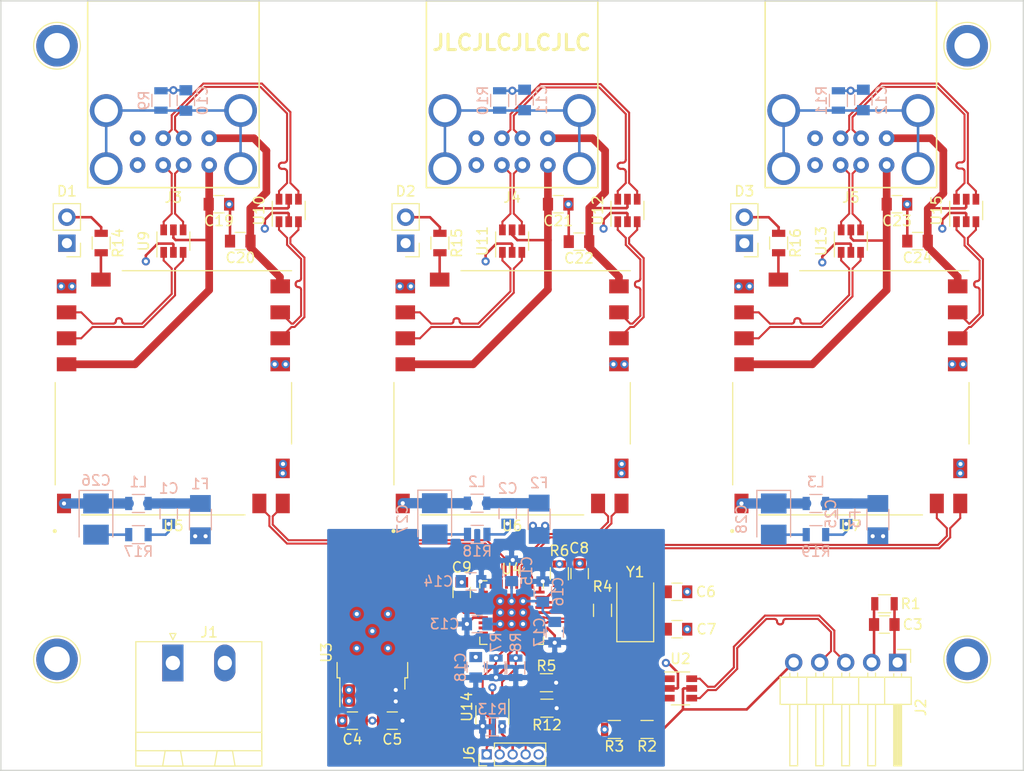
<source format=kicad_pcb>
(kicad_pcb (version 20171130) (host pcbnew "(5.1.4)-1")
  (layers (0 F.Cu signal) (1 In1.Cu signal) (2 In2.Cu signal) (31 B.Cu signal) (34 B.Paste user hide) (35 F.Paste user hide) (36 B.SilkS user) (37 F.SilkS user) (38 B.Mask user) (39 F.Mask user) (44 Edge.Cuts user))
  (net 0 "")
  (net 1 VCC_HUB)
  (net 2 GND_HUB)
  (net 3 VBUS_DS1)
  (net 4 D1_ISO_D+)
  (net 5 D1_ISO_D-)
  (net 6 D1_D+)
  (net 7 D1_D-)
  (net 8 VBUS_DS2)
  (net 9 D2_ISO_D-)
  (net 10 D2_ISO_D+)
  (net 11 D2_D+)
  (net 12 D2_D-)
  (net 13 SDA)
  (net 14 SCL)
  (net 15 HUB_D+)
  (net 16 HUB_D-)
  (net 17 VBUS_DET)
  (net 18 HUB_RESET)
  (net 19 US_EXT_D+)
  (net 20 US_EXT_D-)
  (net 21 D1_ISO_EXT_D+)
  (net 22 D1_ISO_EXT_D-)
  (net 23 D2_ISO_EXT_D-)
  (net 24 D2_ISO_EXT_D+)
  (net 25 XTAL1)
  (net 26 XTAL2)
  (net 27 SHIELD_US)
  (net 28 RBIAS)
  (net 29 CFG1)
  (net 30 PLLFILT)
  (net 31 CRFILT)
  (net 32 VBUS)
  (net 33 +5V)
  (net 34 GND_DS12)
  (net 35 SHIELD_D12)
  (net 36 GND_DS34)
  (net 37 SHIELD_D34)
  (net 38 GND_DS56)
  (net 39 SHIELD_D56)
  (net 40 D4_ISO_EXT_D+)
  (net 41 D4_ISO_EXT_D-)
  (net 42 VBUS_DS4)
  (net 43 D3_ISO_EXT_D+)
  (net 44 D3_ISO_EXT_D-)
  (net 45 VBUS_DS3)
  (net 46 D6_ISO_EXT_D+)
  (net 47 D6_ISO_EXT_D-)
  (net 48 VBUS_DS6)
  (net 49 D5_ISO_EXT_D+)
  (net 50 D5_ISO_EXT_D-)
  (net 51 VBUS_DS5)
  (net 52 "Net-(U4-Pad11)")
  (net 53 "Net-(U4-Pad12)")
  (net 54 "Net-(U4-Pad13)")
  (net 55 "Net-(U4-Pad16)")
  (net 56 "Net-(U4-Pad17)")
  (net 57 "Net-(U4-Pad18)")
  (net 58 "Net-(U4-Pad19)")
  (net 59 "Net-(U4-Pad20)")
  (net 60 "Net-(U4-Pad21)")
  (net 61 "Net-(U4-Pad28)")
  (net 62 D3_ISO_D-)
  (net 63 D3_ISO_D+)
  (net 64 D4_ISO_D-)
  (net 65 D4_ISO_D+)
  (net 66 D5_ISO_D-)
  (net 67 D5_ISO_D+)
  (net 68 D6_ISO_D-)
  (net 69 D6_ISO_D+)
  (net 70 D3_D+)
  (net 71 D3_D-)
  (net 72 "Net-(U4-Pad8)")
  (net 73 "Net-(U4-Pad9)")
  (net 74 WP)
  (net 75 "Net-(D1-Pad2)")
  (net 76 "Net-(D2-Pad2)")
  (net 77 "Net-(D3-Pad2)")
  (net 78 "Net-(R14-Pad2)")
  (net 79 "Net-(R15-Pad2)")
  (net 80 "Net-(R16-Pad2)")
  (net 81 "Net-(C1-Pad1)")
  (net 82 "Net-(C2-Pad1)")
  (net 83 "Net-(C25-Pad1)")
  (net 84 "Net-(C26-Pad1)")
  (net 85 "Net-(C26-Pad2)")
  (net 86 "Net-(C27-Pad1)")
  (net 87 "Net-(C27-Pad2)")
  (net 88 "Net-(C28-Pad1)")
  (net 89 "Net-(C28-Pad2)")
  (module Resistors_SMD:R_0805 (layer B.Cu) (at 94.5286 68.1228)
    (fp_text reference R19 (at 0 1.65) (layer B.SilkS) (effects (justify mirror)))
    (fp_text value 0.5)
    (pad 1 smd rect (at -0.95 0) (size 0.7 1.3) (layers B.Cu B.Paste B.Mask) (net 89 "Net-(C28-Pad2)"))
    (pad 2 smd rect (at 0.95 0) (size 0.7 1.3) (layers B.Cu B.Paste B.Mask) (net 2 GND_HUB))
  )
  (module Resistors_SMD:R_0805 (layer B.Cu) (at 61.407 68.0974)
    (fp_text reference R18 (at 0 1.65) (layer B.SilkS) (effects (justify mirror)))
    (fp_text value 0.5)
    (pad 1 smd rect (at -0.95 0) (size 0.7 1.3) (layers B.Cu B.Paste B.Mask) (net 87 "Net-(C27-Pad2)"))
    (pad 2 smd rect (at 0.95 0) (size 0.7 1.3) (layers B.Cu B.Paste B.Mask) (net 2 GND_HUB))
  )
  (module Resistors_SMD:R_0805 (layer B.Cu) (at 28.2804 68.1228)
    (fp_text reference R17 (at 0 1.65) (layer B.SilkS) (effects (justify mirror)))
    (fp_text value 0.5)
    (pad 1 smd rect (at -0.95 0) (size 0.7 1.3) (layers B.Cu B.Paste B.Mask) (net 85 "Net-(C26-Pad2)"))
    (pad 2 smd rect (at 0.95 0) (size 0.7 1.3) (layers B.Cu B.Paste B.Mask) (net 2 GND_HUB))
  )
  (module Inductors_SMD:L_0805 (layer B.Cu) (at 94.5236 65.0748 180)
    (fp_text reference L3 (at 0 2.1) (layer B.SilkS) (effects (justify mirror)))
    (fp_text value 10u)
    (pad 1 smd rect (at -0.95 0 180) (size 0.7 1.3) (layers B.Cu B.Paste B.Mask) (net 83 "Net-(C25-Pad1)"))
    (pad 2 smd rect (at 0.95 0 180) (size 0.7 1.3) (layers B.Cu B.Paste B.Mask) (net 88 "Net-(C28-Pad1)"))
  )
  (module Inductors_SMD:L_0805 (layer B.Cu) (at 61.3918 65.0494 180)
    (fp_text reference L2 (at 0 2.1) (layer B.SilkS) (effects (justify mirror)))
    (fp_text value 10u)
    (pad 1 smd rect (at -0.95 0 180) (size 0.7 1.3) (layers B.Cu B.Paste B.Mask) (net 82 "Net-(C2-Pad1)"))
    (pad 2 smd rect (at 0.95 0 180) (size 0.7 1.3) (layers B.Cu B.Paste B.Mask) (net 86 "Net-(C27-Pad1)"))
  )
  (module Inductors_SMD:L_0805 (layer B.Cu) (at 28.2804 65.0748 180)
    (fp_text reference L1 (at 0 2.1) (layer B.SilkS) (effects (justify mirror)))
    (fp_text value 10u)
    (pad 1 smd rect (at -0.95 0 180) (size 0.7 1.3) (layers B.Cu B.Paste B.Mask) (net 81 "Net-(C1-Pad1)"))
    (pad 2 smd rect (at 0.95 0 180) (size 0.7 1.3) (layers B.Cu B.Paste B.Mask) (net 84 "Net-(C26-Pad1)"))
  )
  (module Capacitors_Tantalum_SMD:CP_Tantalum_Case-B_EIA-3528-21_Reflow (layer B.Cu) (at 90.3986 66.5978 270)
    (fp_text reference C28 (at 0 3.15 90) (layer B.SilkS) (effects (justify mirror)))
    (fp_text value 470u)
    (pad 1 smd rect (at -1.525 0 270) (size 1.95 2.5) (layers B.Cu B.Paste B.Mask) (net 88 "Net-(C28-Pad1)"))
    (pad 2 smd rect (at 1.525 0 270) (size 1.95 2.5) (layers B.Cu B.Paste B.Mask) (net 89 "Net-(C28-Pad2)"))
  )
  (module Capacitors_Tantalum_SMD:CP_Tantalum_Case-B_EIA-3528-21_Reflow (layer B.Cu) (at 57.2516 66.5734 270)
    (fp_text reference C27 (at 0 3.15 90) (layer B.SilkS) (effects (justify mirror)))
    (fp_text value 470u)
    (pad 1 smd rect (at -1.525 0 270) (size 1.95 2.5) (layers B.Cu B.Paste B.Mask) (net 86 "Net-(C27-Pad1)"))
    (pad 2 smd rect (at 1.525 0 270) (size 1.95 2.5) (layers B.Cu B.Paste B.Mask) (net 87 "Net-(C27-Pad2)"))
  )
  (module Capacitors_Tantalum_SMD:CP_Tantalum_Case-B_EIA-3528-21_Reflow (layer B.Cu) (at 24.13 66.5998 270)
    (fp_text reference C26 (at -3.7856 0 180) (layer B.SilkS) (effects (justify mirror)))
    (fp_text value 470u)
    (pad 1 smd rect (at -1.525 0 270) (size 1.95 2.5) (layers B.Cu B.Paste B.Mask) (net 84 "Net-(C26-Pad1)"))
    (pad 2 smd rect (at 1.525 0 270) (size 1.95 2.5) (layers B.Cu B.Paste B.Mask) (net 85 "Net-(C26-Pad2)"))
  )
  (module Capacitors_SMD:C_0805 (layer B.Cu) (at 97.4852 66.0814 270)
    (fp_text reference C25 (at 0 1.5 90) (layer B.SilkS) (effects (justify mirror)))
    (fp_text value 10u)
    (pad 1 smd rect (at -1 0 270) (size 1 1.25) (layers B.Cu B.Paste B.Mask) (net 83 "Net-(C25-Pad1)"))
    (pad 2 smd rect (at 1 0 270) (size 1 1.25) (layers B.Cu B.Paste B.Mask) (net 2 GND_HUB))
  )
  (module Capacitors_SMD:C_0805 (layer B.Cu) (at 64.389 66.056 270)
    (fp_text reference C2 (at -2.4544 0 180) (layer B.SilkS) (effects (justify mirror)))
    (fp_text value 10u)
    (pad 1 smd rect (at -1 0 270) (size 1 1.25) (layers B.Cu B.Paste B.Mask) (net 82 "Net-(C2-Pad1)"))
    (pad 2 smd rect (at 1 0 270) (size 1 1.25) (layers B.Cu B.Paste B.Mask) (net 2 GND_HUB))
  )
  (module Capacitors_SMD:C_0805 (layer B.Cu) (at 31.242 66.0748 270)
    (fp_text reference C1 (at -2.4732 0 180) (layer B.SilkS) (effects (justify mirror)))
    (fp_text value 10u)
    (pad 1 smd rect (at -1 0 270) (size 1 1.25) (layers B.Cu B.Paste B.Mask) (net 81 "Net-(C1-Pad1)"))
    (pad 2 smd rect (at 1 0 270) (size 1 1.25) (layers B.Cu B.Paste B.Mask) (net 2 GND_HUB))
  )
  (module Fuse_Holders_and_Fuses:Fuse_SMD1206_Wave (layer B.Cu) (at 100.584 66.6548 270)
    (fp_text reference F3 (at -0.05 2.2 270) (layer B.SilkS) (effects (justify mirror)))
    (fp_text value 2.5A/125V)
    (pad 1 smd rect (at -1.58 0 180) (size 2.03 1.65) (layers B.Cu B.Paste B.Mask) (net 83 "Net-(C25-Pad1)"))
    (pad 2 smd rect (at 1.58 0 180) (size 2.03 1.65) (layers B.Cu B.Paste B.Mask) (net 33 +5V))
  )
  (module Fuse_Holders_and_Fuses:Fuse_SMD1206_Wave (layer B.Cu) (at 67.4624 66.619 270)
    (fp_text reference F2 (at -3.5508 0) (layer B.SilkS) (effects (justify mirror)))
    (fp_text value 2.5A/125V)
    (pad 1 smd rect (at -1.58 0 180) (size 2.03 1.65) (layers B.Cu B.Paste B.Mask) (net 82 "Net-(C2-Pad1)"))
    (pad 2 smd rect (at 1.58 0 180) (size 2.03 1.65) (layers B.Cu B.Paste B.Mask) (net 33 +5V))
  )
  (module Fuse_Holders_and_Fuses:Fuse_SMD1206_Wave (layer B.Cu) (at 34.3408 66.6548 270)
    (fp_text reference F1 (at -3.485 0.0254) (layer B.SilkS) (effects (justify mirror)))
    (fp_text value 2.5A/125V)
    (pad 1 smd rect (at -1.58 0 180) (size 2.03 1.65) (layers B.Cu B.Paste B.Mask) (net 81 "Net-(C1-Pad1)"))
    (pad 2 smd rect (at 1.58 0 180) (size 2.03 1.65) (layers B.Cu B.Paste B.Mask) (net 33 +5V))
  )
  (module Capacitors_SMD:C_0805 (layer F.Cu) (at 38.2364 39.4208)
    (fp_text reference C20 (at 0.016 1.6256) (layer F.SilkS))
    (fp_text value 100u)
    (pad 1 smd rect (at -1 0) (size 1 1.25) (layers F.Cu F.Paste F.Mask) (net 38 GND_DS56))
    (pad 2 smd rect (at 1 0) (size 1 1.25) (layers F.Cu F.Paste F.Mask) (net 48 VBUS_DS6))
  )
  (module Capacitors_SMD:C_0805 (layer F.Cu) (at 36.1536 35.814 180)
    (fp_text reference C19 (at 0 -1.6256) (layer F.SilkS))
    (fp_text value 100u)
    (pad 1 smd rect (at -1 0 180) (size 1 1.25) (layers F.Cu F.Paste F.Mask) (net 38 GND_DS56))
    (pad 2 smd rect (at 1 0 180) (size 1 1.25) (layers F.Cu F.Paste F.Mask) (net 51 VBUS_DS5))
  )
  (module Capacitors_SMD:C_0805 (layer F.Cu) (at 71.358 39.4716)
    (fp_text reference C22 (at 0 1.6256) (layer F.SilkS))
    (fp_text value 100u)
    (pad 1 smd rect (at -1 0) (size 1 1.25) (layers F.Cu F.Paste F.Mask) (net 36 GND_DS34))
    (pad 2 smd rect (at 1 0) (size 1 1.25) (layers F.Cu F.Paste F.Mask) (net 42 VBUS_DS4))
  )
  (module Capacitors_SMD:C_0805 (layer F.Cu) (at 69.326 35.814 180)
    (fp_text reference C21 (at 0 -1.6256) (layer F.SilkS))
    (fp_text value 100u)
    (pad 1 smd rect (at -1 0 180) (size 1 1.25) (layers F.Cu F.Paste F.Mask) (net 36 GND_DS34))
    (pad 2 smd rect (at 1 0 180) (size 1 1.25) (layers F.Cu F.Paste F.Mask) (net 45 VBUS_DS3))
  )
  (module Capacitors_SMD:C_0805 (layer F.Cu) (at 104.4608 39.4208)
    (fp_text reference C24 (at 0 1.6256) (layer F.SilkS))
    (fp_text value 100u)
    (pad 1 smd rect (at -1 0) (size 1 1.25) (layers F.Cu F.Paste F.Mask) (net 34 GND_DS12))
    (pad 2 smd rect (at 1 0) (size 1 1.25) (layers F.Cu F.Paste F.Mask) (net 8 VBUS_DS2))
  )
  (module Capacitors_SMD:C_0805 (layer F.Cu) (at 102.4476 35.814 180)
    (fp_text reference C23 (at 0 -1.6256 180) (layer F.SilkS))
    (fp_text value 100u)
    (pad 1 smd rect (at -1 0 180) (size 1 1.25) (layers F.Cu F.Paste F.Mask) (net 34 GND_DS12))
    (pad 2 smd rect (at 1 0 180) (size 1 1.25) (layers F.Cu F.Paste F.Mask) (net 3 VBUS_DS1))
  )
  (module Resistors_SMD:R_0805 (layer F.Cu) (at 24.638 39.6088 270)
    (fp_text reference R14 (at 0 -1.65 90) (layer F.SilkS))
    (fp_text value 470)
    (pad 1 smd rect (at -0.95 0 270) (size 0.7 1.3) (layers F.Cu F.Paste F.Mask) (net 75 "Net-(D1-Pad2)"))
    (pad 2 smd rect (at 0.95 0 270) (size 0.7 1.3) (layers F.Cu F.Paste F.Mask) (net 78 "Net-(R14-Pad2)"))
  )
  (module Resistors_SMD:R_0805 (layer F.Cu) (at 57.7596 39.6088 270)
    (fp_text reference R15 (at 0 -1.65 90) (layer F.SilkS))
    (fp_text value 470)
    (pad 1 smd rect (at -0.95 0 270) (size 0.7 1.3) (layers F.Cu F.Paste F.Mask) (net 76 "Net-(D2-Pad2)"))
    (pad 2 smd rect (at 0.95 0 270) (size 0.7 1.3) (layers F.Cu F.Paste F.Mask) (net 79 "Net-(R15-Pad2)"))
  )
  (module Resistors_SMD:R_0805 (layer F.Cu) (at 90.8812 39.6088 270)
    (fp_text reference R16 (at 0 -1.65 90) (layer F.SilkS))
    (fp_text value 470)
    (pad 1 smd rect (at -0.95 0 270) (size 0.7 1.3) (layers F.Cu F.Paste F.Mask) (net 77 "Net-(D3-Pad2)"))
    (pad 2 smd rect (at 0.95 0 270) (size 0.7 1.3) (layers F.Cu F.Paste F.Mask) (net 80 "Net-(R16-Pad2)"))
  )
  (module Pin_Headers:Pin_Header_Straight_1x02_Pitch2.54mm (layer F.Cu) (at 21.2852 39.624 180)
    (fp_text reference D1 (at 0 5.08) (layer F.SilkS))
    (fp_text value LED)
    (pad 1 thru_hole rect (at 0 0 180) (size 1.7 1.7) (drill 1) (layers *.Cu *.Mask) (net 38 GND_DS56))
    (pad 2 thru_hole oval (at 0 2.54 180) (size 1.7 1.7) (drill 1) (layers *.Cu *.Mask) (net 75 "Net-(D1-Pad2)"))
  )
  (module Pin_Headers:Pin_Header_Straight_1x02_Pitch2.54mm (layer F.Cu) (at 54.4068 39.624 180)
    (fp_text reference D2 (at 0 5.08) (layer F.SilkS))
    (fp_text value LED)
    (pad 1 thru_hole rect (at 0 0 180) (size 1.7 1.7) (drill 1) (layers *.Cu *.Mask) (net 36 GND_DS34))
    (pad 2 thru_hole oval (at 0 2.54 180) (size 1.7 1.7) (drill 1) (layers *.Cu *.Mask) (net 76 "Net-(D2-Pad2)"))
  )
  (module Pin_Headers:Pin_Header_Straight_1x02_Pitch2.54mm (layer F.Cu) (at 87.5284 39.624 180)
    (fp_text reference D3 (at 0 5.08) (layer F.SilkS))
    (fp_text value LED)
    (pad 1 thru_hole rect (at 0 0 180) (size 1.7 1.7) (drill 1) (layers *.Cu *.Mask) (net 34 GND_DS12))
    (pad 2 thru_hole oval (at 0 2.54 180) (size 1.7 1.7) (drill 1) (layers *.Cu *.Mask) (net 77 "Net-(D3-Pad2)"))
  )
  (module Pin_Headers:Pin_Header_Angled_1x05_Pitch2.54mm (layer F.Cu) (at 102.5144 80.6196 270)
    (fp_text reference J2 (at 4.385 -2.27 90) (layer F.SilkS))
    (fp_text value USB_US)
    (pad 1 thru_hole rect (at 0 0 270) (size 1.7 1.7) (drill 1) (layers *.Cu *.Mask) (net 27 SHIELD_US))
    (pad 2 thru_hole oval (at 0 2.54 270) (size 1.7 1.7) (drill 1) (layers *.Cu *.Mask) (net 2 GND_HUB))
    (pad 3 thru_hole oval (at 0 5.08 270) (size 1.7 1.7) (drill 1) (layers *.Cu *.Mask) (net 19 US_EXT_D+))
    (pad 4 thru_hole oval (at 0 7.62 270) (size 1.7 1.7) (drill 1) (layers *.Cu *.Mask) (net 20 US_EXT_D-))
    (pad 5 thru_hole oval (at 0 10.16 270) (size 1.7 1.7) (drill 1) (layers *.Cu *.Mask) (net 32 VBUS))
  )
  (module Capacitors_SMD:C_0805 (layer B.Cu) (at 61.2648 81.0928 270)
    (fp_text reference C18 (at 0 1.5 90) (layer B.SilkS) (effects (justify mirror)))
    (fp_text value 100n)
    (pad 1 smd rect (at -1 0 270) (size 1 1.25) (layers B.Cu B.Paste B.Mask) (net 2 GND_HUB))
    (pad 2 smd rect (at 1 0 270) (size 1 1.25) (layers B.Cu B.Paste B.Mask) (net 1 VCC_HUB))
  )
  (module Capacitors_SMD:C_0805 (layer B.Cu) (at 68.9864 77.6572 270)
    (fp_text reference C17 (at 0 1.5 90) (layer B.SilkS) (effects (justify mirror)))
    (fp_text value 100n)
    (pad 1 smd rect (at -1 0 270) (size 1 1.25) (layers B.Cu B.Paste B.Mask) (net 2 GND_HUB))
    (pad 2 smd rect (at 1 0 270) (size 1 1.25) (layers B.Cu B.Paste B.Mask) (net 1 VCC_HUB))
  )
  (module Capacitors_SMD:C_0805 (layer B.Cu) (at 67.818 73.6948 90)
    (fp_text reference C16 (at 0 1.5 90) (layer B.SilkS) (effects (justify mirror)))
    (fp_text value 100n)
    (pad 1 smd rect (at -1 0 90) (size 1 1.25) (layers B.Cu B.Paste B.Mask) (net 2 GND_HUB))
    (pad 2 smd rect (at 1 0 90) (size 1 1.25) (layers B.Cu B.Paste B.Mask) (net 1 VCC_HUB))
  )
  (module Capacitors_SMD:C_0805 (layer B.Cu) (at 64.77 71.6628 90)
    (fp_text reference C15 (at 0 1.5 90) (layer B.SilkS) (effects (justify mirror)))
    (fp_text value 100n)
    (pad 1 smd rect (at -1 0 90) (size 1 1.25) (layers B.Cu B.Paste B.Mask) (net 2 GND_HUB))
    (pad 2 smd rect (at 1 0 90) (size 1 1.25) (layers B.Cu B.Paste B.Mask) (net 1 VCC_HUB))
  )
  (module Capacitors_SMD:C_0805 (layer B.Cu) (at 60.8076 72.6948)
    (fp_text reference C14 (at -3.2004 0) (layer B.SilkS) (effects (justify mirror)))
    (fp_text value 100n)
    (pad 1 smd rect (at -1 0) (size 1 1.25) (layers B.Cu B.Paste B.Mask) (net 2 GND_HUB))
    (pad 2 smd rect (at 1 0) (size 1 1.25) (layers B.Cu B.Paste B.Mask) (net 1 VCC_HUB))
  )
  (module Capacitors_SMD:C_0805 (layer B.Cu) (at 61.4012 76.8604 180)
    (fp_text reference C13 (at 3.1844 0) (layer B.SilkS) (effects (justify mirror)))
    (fp_text value 100n)
    (pad 1 smd rect (at -1 0 180) (size 1 1.25) (layers B.Cu B.Paste B.Mask) (net 2 GND_HUB))
    (pad 2 smd rect (at 1 0 180) (size 1 1.25) (layers B.Cu B.Paste B.Mask) (net 1 VCC_HUB))
  )
  (module TO_SOT_Packages_SMD:SOT-23-5 (layer F.Cu) (at 62.8904 85.7504 270)
    (fp_text reference U14 (at -0.7952 2.4892 270) (layer F.SilkS))
    (fp_text value 24LC02BT-I_OT)
    (pad 1 smd rect (at -1.1 -0.95 270) (size 1.06 0.65) (layers F.Cu F.Paste F.Mask) (net 14 SCL))
    (pad 2 smd rect (at -1.1 0 270) (size 1.06 0.65) (layers F.Cu F.Paste F.Mask) (net 2 GND_HUB))
    (pad 3 smd rect (at -1.1 0.95 270) (size 1.06 0.65) (layers F.Cu F.Paste F.Mask) (net 13 SDA))
    (pad 4 smd rect (at 1.1 0.95 270) (size 1.06 0.65) (layers F.Cu F.Paste F.Mask) (net 1 VCC_HUB))
    (pad 5 smd rect (at 1.1 -0.95 270) (size 1.06 0.65) (layers F.Cu F.Paste F.Mask) (net 74 WP))
  )
  (module Resistors_SMD:R_0805 (layer B.Cu) (at 62.8904 86.9188)
    (fp_text reference R13 (at 0 -1.7272) (layer B.SilkS) (effects (justify mirror)))
    (fp_text value 10k)
    (pad 1 smd rect (at -0.95 0) (size 0.7 1.3) (layers B.Cu B.Paste B.Mask) (net 1 VCC_HUB))
    (pad 2 smd rect (at 0.95 0) (size 0.7 1.3) (layers B.Cu B.Paste B.Mask) (net 74 WP))
  )
  (module Pin_Headers:Pin_Header_Straight_1x05_Pitch1.27mm (layer F.Cu) (at 62.3316 89.6112 90)
    (fp_text reference J6 (at 0 -1.695 90) (layer F.SilkS))
    (fp_text value HUB_PROG)
    (pad 1 thru_hole rect (at 0 0 90) (size 1 1) (drill 0.65) (layers *.Cu *.Mask) (net 13 SDA))
    (pad 2 thru_hole oval (at 0 1.27 90) (size 1 1) (drill 0.65) (layers *.Cu *.Mask) (net 14 SCL))
    (pad 3 thru_hole oval (at 0 2.54 90) (size 1 1) (drill 0.65) (layers *.Cu *.Mask) (net 74 WP))
    (pad 4 thru_hole oval (at 0 3.81 90) (size 1 1) (drill 0.65) (layers *.Cu *.Mask) (net 18 HUB_RESET))
    (pad 5 thru_hole oval (at 0 5.08 90) (size 1 1) (drill 0.65) (layers *.Cu *.Mask) (net 2 GND_HUB))
  )
  (module Connectors_Phoenix:PhoenixContact_MSTBA-G_02x5.08mm_Angled (layer F.Cu) (at 31.6484 80.6704)
    (fp_text reference J1 (at 3.54 -3) (layer F.SilkS))
    (fp_text value PWR_IN)
    (pad 1 thru_hole rect (at 0 0) (size 2.08 3.6) (drill 1.4) (layers *.Cu *.Mask) (net 33 +5V))
    (pad 2 thru_hole oval (at 5.08 0) (size 2.08 3.6) (drill 1.4) (layers *.Cu *.Mask) (net 2 GND_HUB))
  )
  (module Resistors_SMD:R_0805 (layer F.Cu) (at 68.2244 85.09 180)
    (fp_text reference R12 (at 0 -1.65) (layer F.SilkS))
    (fp_text value 10k)
    (pad 1 smd rect (at -0.95 0 180) (size 0.7 1.3) (layers F.Cu F.Paste F.Mask) (net 1 VCC_HUB))
    (pad 2 smd rect (at 0.95 0 180) (size 0.7 1.3) (layers F.Cu F.Paste F.Mask) (net 18 HUB_RESET))
  )
  (module Custom:USB-A-D-F-B-TH (layer F.Cu) (at 97.9424 29.3624 180)
    (fp_text reference J5 (at 0 -5.7912) (layer F.SilkS))
    (fp_text value USB_A_Double)
    (pad 9 thru_hole circle (at 6.57 2.71 180) (size 3.2 3.2) (drill 2.3) (layers *.Cu *.Mask) (net 35 SHIELD_D12))
    (pad 9 thru_hole circle (at 6.57 -2.97 180) (size 3.2 3.2) (drill 2.3) (layers *.Cu *.Mask) (net 35 SHIELD_D12))
    (pad 9 thru_hole circle (at -6.57 2.71 180) (size 3.2 3.2) (drill 2.3) (layers *.Cu *.Mask) (net 35 SHIELD_D12))
    (pad 9 thru_hole circle (at -6.57 -2.97 180) (size 3.2 3.2) (drill 2.3) (layers *.Cu *.Mask) (net 35 SHIELD_D12))
    (pad 8 thru_hole circle (at 3.5 0 180) (size 1.524 1.524) (drill 0.762) (layers *.Cu *.Mask) (net 34 GND_DS12))
    (pad 7 thru_hole circle (at 1 0 180) (size 1.524 1.524) (drill 0.762) (layers *.Cu *.Mask) (net 24 D2_ISO_EXT_D+))
    (pad 6 thru_hole circle (at -1 0 180) (size 1.524 1.524) (drill 0.762) (layers *.Cu *.Mask) (net 23 D2_ISO_EXT_D-))
    (pad 5 thru_hole circle (at -3.5 0 180) (size 1.524 1.524) (drill 0.762) (layers *.Cu *.Mask) (net 8 VBUS_DS2))
    (pad 4 thru_hole circle (at 3.5 -2.62 180) (size 1.524 1.524) (drill 0.762) (layers *.Cu *.Mask) (net 34 GND_DS12))
    (pad 3 thru_hole circle (at 1 -2.62 180) (size 1.524 1.524) (drill 0.762) (layers *.Cu *.Mask) (net 21 D1_ISO_EXT_D+))
    (pad 2 thru_hole circle (at -1 -2.62 180) (size 1.524 1.524) (drill 0.762) (layers *.Cu *.Mask) (net 22 D1_ISO_EXT_D-))
    (pad 1 thru_hole circle (at -3.5 -2.62 180) (size 1.524 1.524) (drill 0.762) (layers *.Cu *.Mask) (net 3 VBUS_DS1))
  )
  (module Crystals:Crystal_SMD_5032-2pin_5.0x3.2mm (layer F.Cu) (at 76.8604 75.5396 90)
    (fp_text reference Y1 (at 3.7592 0 180) (layer F.SilkS))
    (fp_text value Crystal)
    (pad 1 smd rect (at -1.85 0 90) (size 2 2.4) (layers F.Cu F.Paste F.Mask) (net 25 XTAL1))
    (pad 2 smd rect (at 1.85 0 90) (size 2 2.4) (layers F.Cu F.Paste F.Mask) (net 26 XTAL2))
  )
  (module TO_SOT_Packages_SMD:SOT-23-6 (layer F.Cu) (at 109.22 36.4236 90)
    (fp_text reference U15 (at 0 -2.9 90) (layer F.SilkS))
    (fp_text value USBLC6-2SC6)
    (pad 1 smd rect (at -1.1 -0.95 90) (size 1.06 0.65) (layers F.Cu F.Paste F.Mask) (net 9 D2_ISO_D-))
    (pad 2 smd rect (at -1.1 0 90) (size 1.06 0.65) (layers F.Cu F.Paste F.Mask) (net 34 GND_DS12))
    (pad 3 smd rect (at -1.1 0.95 90) (size 1.06 0.65) (layers F.Cu F.Paste F.Mask) (net 10 D2_ISO_D+))
    (pad 4 smd rect (at 1.1 0.95 90) (size 1.06 0.65) (layers F.Cu F.Paste F.Mask) (net 24 D2_ISO_EXT_D+))
    (pad 6 smd rect (at 1.1 -0.95 90) (size 1.06 0.65) (layers F.Cu F.Paste F.Mask) (net 23 D2_ISO_EXT_D-))
    (pad 5 smd rect (at 1.1 0 90) (size 1.06 0.65) (layers F.Cu F.Paste F.Mask) (net 8 VBUS_DS2))
  )
  (module TO_SOT_Packages_SMD:SOT-23-6 (layer F.Cu) (at 97.9424 39.4208 90)
    (fp_text reference U13 (at 0 -2.9 90) (layer F.SilkS))
    (fp_text value USBLC6-2SC6)
    (pad 1 smd rect (at -1.1 -0.95 90) (size 1.06 0.65) (layers F.Cu F.Paste F.Mask) (net 4 D1_ISO_D+))
    (pad 2 smd rect (at -1.1 0 90) (size 1.06 0.65) (layers F.Cu F.Paste F.Mask) (net 34 GND_DS12))
    (pad 3 smd rect (at -1.1 0.95 90) (size 1.06 0.65) (layers F.Cu F.Paste F.Mask) (net 5 D1_ISO_D-))
    (pad 4 smd rect (at 1.1 0.95 90) (size 1.06 0.65) (layers F.Cu F.Paste F.Mask) (net 22 D1_ISO_EXT_D-))
    (pad 6 smd rect (at 1.1 -0.95 90) (size 1.06 0.65) (layers F.Cu F.Paste F.Mask) (net 21 D1_ISO_EXT_D+))
    (pad 5 smd rect (at 1.1 0 90) (size 1.06 0.65) (layers F.Cu F.Paste F.Mask) (net 3 VBUS_DS1))
  )
  (module TO_SOT_Packages_SMD:SOT-23-6 (layer F.Cu) (at 76.0984 36.4236 90)
    (fp_text reference U12 (at 0 -2.9 90) (layer F.SilkS))
    (fp_text value USBLC6-2SC6)
    (pad 1 smd rect (at -1.1 -0.95 90) (size 1.06 0.65) (layers F.Cu F.Paste F.Mask) (net 64 D4_ISO_D-))
    (pad 2 smd rect (at -1.1 0 90) (size 1.06 0.65) (layers F.Cu F.Paste F.Mask) (net 36 GND_DS34))
    (pad 3 smd rect (at -1.1 0.95 90) (size 1.06 0.65) (layers F.Cu F.Paste F.Mask) (net 65 D4_ISO_D+))
    (pad 4 smd rect (at 1.1 0.95 90) (size 1.06 0.65) (layers F.Cu F.Paste F.Mask) (net 40 D4_ISO_EXT_D+))
    (pad 6 smd rect (at 1.1 -0.95 90) (size 1.06 0.65) (layers F.Cu F.Paste F.Mask) (net 41 D4_ISO_EXT_D-))
    (pad 5 smd rect (at 1.1 0 90) (size 1.06 0.65) (layers F.Cu F.Paste F.Mask) (net 42 VBUS_DS4))
  )
  (module TO_SOT_Packages_SMD:SOT-23-6 (layer F.Cu) (at 64.82 39.4208 90)
    (fp_text reference U11 (at 0 -2.9 90) (layer F.SilkS))
    (fp_text value USBLC6-2SC6)
    (pad 1 smd rect (at -1.1 -0.95 90) (size 1.06 0.65) (layers F.Cu F.Paste F.Mask) (net 63 D3_ISO_D+))
    (pad 2 smd rect (at -1.1 0 90) (size 1.06 0.65) (layers F.Cu F.Paste F.Mask) (net 36 GND_DS34))
    (pad 3 smd rect (at -1.1 0.95 90) (size 1.06 0.65) (layers F.Cu F.Paste F.Mask) (net 62 D3_ISO_D-))
    (pad 4 smd rect (at 1.1 0.95 90) (size 1.06 0.65) (layers F.Cu F.Paste F.Mask) (net 44 D3_ISO_EXT_D-))
    (pad 6 smd rect (at 1.1 -0.95 90) (size 1.06 0.65) (layers F.Cu F.Paste F.Mask) (net 43 D3_ISO_EXT_D+))
    (pad 5 smd rect (at 1.1 0 90) (size 1.06 0.65) (layers F.Cu F.Paste F.Mask) (net 45 VBUS_DS3))
  )
  (module TO_SOT_Packages_SMD:SOT-23-6 (layer F.Cu) (at 42.9768 36.4236 90)
    (fp_text reference U10 (at 0 -2.9 90) (layer F.SilkS))
    (fp_text value USBLC6-2SC6)
    (pad 1 smd rect (at -1.1 -0.95 90) (size 1.06 0.65) (layers F.Cu F.Paste F.Mask) (net 68 D6_ISO_D-))
    (pad 2 smd rect (at -1.1 0 90) (size 1.06 0.65) (layers F.Cu F.Paste F.Mask) (net 38 GND_DS56))
    (pad 3 smd rect (at -1.1 0.95 90) (size 1.06 0.65) (layers F.Cu F.Paste F.Mask) (net 69 D6_ISO_D+))
    (pad 4 smd rect (at 1.1 0.95 90) (size 1.06 0.65) (layers F.Cu F.Paste F.Mask) (net 46 D6_ISO_EXT_D+))
    (pad 6 smd rect (at 1.1 -0.95 90) (size 1.06 0.65) (layers F.Cu F.Paste F.Mask) (net 47 D6_ISO_EXT_D-))
    (pad 5 smd rect (at 1.1 0 90) (size 1.06 0.65) (layers F.Cu F.Paste F.Mask) (net 48 VBUS_DS6))
  )
  (module TO_SOT_Packages_SMD:SOT-23-6 (layer F.Cu) (at 31.6992 39.4208 90)
    (fp_text reference U9 (at 0 -2.9 90) (layer F.SilkS))
    (fp_text value USBLC6-2SC6)
    (pad 1 smd rect (at -1.1 -0.95 90) (size 1.06 0.65) (layers F.Cu F.Paste F.Mask) (net 67 D5_ISO_D+))
    (pad 2 smd rect (at -1.1 0 90) (size 1.06 0.65) (layers F.Cu F.Paste F.Mask) (net 38 GND_DS56))
    (pad 3 smd rect (at -1.1 0.95 90) (size 1.06 0.65) (layers F.Cu F.Paste F.Mask) (net 66 D5_ISO_D-))
    (pad 4 smd rect (at 1.1 0.95 90) (size 1.06 0.65) (layers F.Cu F.Paste F.Mask) (net 50 D5_ISO_EXT_D-))
    (pad 6 smd rect (at 1.1 -0.95 90) (size 1.06 0.65) (layers F.Cu F.Paste F.Mask) (net 49 D5_ISO_EXT_D+))
    (pad 5 smd rect (at 1.1 0 90) (size 1.06 0.65) (layers F.Cu F.Paste F.Mask) (net 51 VBUS_DS5))
  )
  (module Custom:IC_NMUSB202MC-R7 (layer F.Cu) (at 97.9424 54.2544 90)
    (fp_text reference U7 (at -13.0048 0 180) (layer F.SilkS))
    (fp_text value NMUSB202MC-R7)
    (pad 13 smd rect (at 2.79 -10.445 90) (size 1.37 1.91) (layers F.Cu F.Paste F.Mask) (net 3 VBUS_DS1))
    (pad 12 smd rect (at 5.33 -10.445 90) (size 1.37 1.91) (layers F.Cu F.Paste F.Mask) (net 5 D1_ISO_D-))
    (pad 11 smd rect (at 7.87 -10.445 90) (size 1.37 1.91) (layers F.Cu F.Paste F.Mask) (net 4 D1_ISO_D+))
    (pad 10 smd rect (at 10.41 -10.445 90) (size 1.37 1.91) (layers F.Cu F.Paste F.Mask) (net 34 GND_DS12))
    (pad 9 smd rect (at 11.07 -7.085 90) (size 1.37 1.91) (layers F.Cu F.Paste F.Mask) (net 80 "Net-(R16-Pad2)"))
    (pad 8 smd rect (at 10.41 10.445 90) (size 1.37 1.91) (layers F.Cu F.Paste F.Mask) (net 8 VBUS_DS2))
    (pad 7 smd rect (at 7.87 10.445 90) (size 1.37 1.91) (layers F.Cu F.Paste F.Mask) (net 9 D2_ISO_D-))
    (pad 6 smd rect (at 5.33 10.445 90) (size 1.37 1.91) (layers F.Cu F.Paste F.Mask) (net 10 D2_ISO_D+))
    (pad 5 smd rect (at 2.79 10.445 90) (size 1.37 1.91) (layers F.Cu F.Paste F.Mask) (net 34 GND_DS12))
    (pad 4 smd rect (at -7.39 10.695 90) (size 1.91 1.37) (layers F.Cu F.Paste F.Mask) (net 2 GND_HUB))
    (pad 3 smd rect (at -10.82 10.695 90) (size 1.91 1.37) (layers F.Cu F.Paste F.Mask) (net 6 D1_D+))
    (pad 2 smd rect (at -10.82 8.405 90) (size 1.91 1.37) (layers F.Cu F.Paste F.Mask) (net 7 D1_D-))
    (pad 1 smd rect (at -10.82 -10.695 90) (size 1.91 1.37) (layers F.Cu F.Paste F.Mask) (net 88 "Net-(C28-Pad1)"))
  )
  (module Custom:IC_NMUSB202MC-R7 (layer F.Cu) (at 64.82 54.2544 90)
    (fp_text reference U6 (at -13.0048 0.0008 180) (layer F.SilkS))
    (fp_text value NMUSB202MC-R7)
    (pad 13 smd rect (at 2.79 -10.445 90) (size 1.37 1.91) (layers F.Cu F.Paste F.Mask) (net 45 VBUS_DS3))
    (pad 12 smd rect (at 5.33 -10.445 90) (size 1.37 1.91) (layers F.Cu F.Paste F.Mask) (net 62 D3_ISO_D-))
    (pad 11 smd rect (at 7.87 -10.445 90) (size 1.37 1.91) (layers F.Cu F.Paste F.Mask) (net 63 D3_ISO_D+))
    (pad 10 smd rect (at 10.41 -10.445 90) (size 1.37 1.91) (layers F.Cu F.Paste F.Mask) (net 36 GND_DS34))
    (pad 9 smd rect (at 11.07 -7.085 90) (size 1.37 1.91) (layers F.Cu F.Paste F.Mask) (net 79 "Net-(R15-Pad2)"))
    (pad 8 smd rect (at 10.41 10.445 90) (size 1.37 1.91) (layers F.Cu F.Paste F.Mask) (net 42 VBUS_DS4))
    (pad 7 smd rect (at 7.87 10.445 90) (size 1.37 1.91) (layers F.Cu F.Paste F.Mask) (net 64 D4_ISO_D-))
    (pad 6 smd rect (at 5.33 10.445 90) (size 1.37 1.91) (layers F.Cu F.Paste F.Mask) (net 65 D4_ISO_D+))
    (pad 5 smd rect (at 2.79 10.445 90) (size 1.37 1.91) (layers F.Cu F.Paste F.Mask) (net 36 GND_DS34))
    (pad 4 smd rect (at -7.39 10.695 90) (size 1.91 1.37) (layers F.Cu F.Paste F.Mask) (net 2 GND_HUB))
    (pad 3 smd rect (at -10.82 10.695 90) (size 1.91 1.37) (layers F.Cu F.Paste F.Mask) (net 11 D2_D+))
    (pad 2 smd rect (at -10.82 8.405 90) (size 1.91 1.37) (layers F.Cu F.Paste F.Mask) (net 12 D2_D-))
    (pad 1 smd rect (at -10.82 -10.695 90) (size 1.91 1.37) (layers F.Cu F.Paste F.Mask) (net 86 "Net-(C27-Pad1)"))
  )
  (module Custom:IC_NMUSB202MC-R7 (layer F.Cu) (at 31.6992 54.2544 90)
    (fp_text reference U5 (at -13.0048 0 180) (layer F.SilkS))
    (fp_text value NMUSB202MC-R7)
    (pad 13 smd rect (at 2.79 -10.445 90) (size 1.37 1.91) (layers F.Cu F.Paste F.Mask) (net 51 VBUS_DS5))
    (pad 12 smd rect (at 5.33 -10.445 90) (size 1.37 1.91) (layers F.Cu F.Paste F.Mask) (net 66 D5_ISO_D-))
    (pad 11 smd rect (at 7.87 -10.445 90) (size 1.37 1.91) (layers F.Cu F.Paste F.Mask) (net 67 D5_ISO_D+))
    (pad 10 smd rect (at 10.41 -10.445 90) (size 1.37 1.91) (layers F.Cu F.Paste F.Mask) (net 38 GND_DS56))
    (pad 9 smd rect (at 11.07 -7.085 90) (size 1.37 1.91) (layers F.Cu F.Paste F.Mask) (net 78 "Net-(R14-Pad2)"))
    (pad 8 smd rect (at 10.41 10.445 90) (size 1.37 1.91) (layers F.Cu F.Paste F.Mask) (net 48 VBUS_DS6))
    (pad 7 smd rect (at 7.87 10.445 90) (size 1.37 1.91) (layers F.Cu F.Paste F.Mask) (net 68 D6_ISO_D-))
    (pad 6 smd rect (at 5.33 10.445 90) (size 1.37 1.91) (layers F.Cu F.Paste F.Mask) (net 69 D6_ISO_D+))
    (pad 5 smd rect (at 2.79 10.445 90) (size 1.37 1.91) (layers F.Cu F.Paste F.Mask) (net 38 GND_DS56))
    (pad 4 smd rect (at -7.39 10.695 90) (size 1.91 1.37) (layers F.Cu F.Paste F.Mask) (net 2 GND_HUB))
    (pad 3 smd rect (at -10.82 10.695 90) (size 1.91 1.37) (layers F.Cu F.Paste F.Mask) (net 70 D3_D+))
    (pad 2 smd rect (at -10.82 8.405 90) (size 1.91 1.37) (layers F.Cu F.Paste F.Mask) (net 71 D3_D-))
    (pad 1 smd rect (at -10.82 -10.695 90) (size 1.91 1.37) (layers F.Cu F.Paste F.Mask) (net 84 "Net-(C26-Pad1)"))
  )
  (module Housings_DFN_QFN:QFN-36-1EP_6x6mm_Pitch0.5mm (layer F.Cu) (at 64.77 75.7428 270)
    (fp_text reference U4 (at -4.2672 0 180) (layer F.SilkS))
    (fp_text value USB2513B_Bi)
    (pad 1 smd rect (at -2.775 -2 270) (size 0.9 0.28) (layers F.Cu F.Paste F.Mask) (net 6 D1_D+))
    (pad 2 smd rect (at -2.775 -1.5 270) (size 0.9 0.28) (layers F.Cu F.Paste F.Mask) (net 7 D1_D-))
    (pad 3 smd rect (at -2.775 -1 270) (size 0.9 0.28) (layers F.Cu F.Paste F.Mask) (net 11 D2_D+))
    (pad 4 smd rect (at -2.775 -0.5 270) (size 0.9 0.28) (layers F.Cu F.Paste F.Mask) (net 12 D2_D-))
    (pad 5 smd rect (at -2.775 0 270) (size 0.9 0.28) (layers F.Cu F.Paste F.Mask) (net 1 VCC_HUB))
    (pad 6 smd rect (at -2.775 0.5 270) (size 0.9 0.28) (layers F.Cu F.Paste F.Mask) (net 70 D3_D+))
    (pad 7 smd rect (at -2.775 1 270) (size 0.9 0.28) (layers F.Cu F.Paste F.Mask) (net 71 D3_D-))
    (pad 8 smd rect (at -2.775 1.5 270) (size 0.9 0.28) (layers F.Cu F.Paste F.Mask) (net 72 "Net-(U4-Pad8)"))
    (pad 9 smd rect (at -2.775 2 270) (size 0.9 0.28) (layers F.Cu F.Paste F.Mask) (net 73 "Net-(U4-Pad9)"))
    (pad 10 smd rect (at -2 2.775) (size 0.9 0.28) (layers F.Cu F.Paste F.Mask) (net 1 VCC_HUB))
    (pad 11 smd rect (at -1.5 2.775) (size 0.9 0.28) (layers F.Cu F.Paste F.Mask) (net 52 "Net-(U4-Pad11)"))
    (pad 12 smd rect (at -1 2.775) (size 0.9 0.28) (layers F.Cu F.Paste F.Mask) (net 53 "Net-(U4-Pad12)"))
    (pad 13 smd rect (at -0.5 2.775) (size 0.9 0.28) (layers F.Cu F.Paste F.Mask) (net 54 "Net-(U4-Pad13)"))
    (pad 14 smd rect (at 0 2.775) (size 0.9 0.28) (layers F.Cu F.Paste F.Mask) (net 31 CRFILT))
    (pad 15 smd rect (at 0.5 2.775) (size 0.9 0.28) (layers F.Cu F.Paste F.Mask) (net 1 VCC_HUB))
    (pad 16 smd rect (at 1 2.775) (size 0.9 0.28) (layers F.Cu F.Paste F.Mask) (net 55 "Net-(U4-Pad16)"))
    (pad 17 smd rect (at 1.5 2.775) (size 0.9 0.28) (layers F.Cu F.Paste F.Mask) (net 56 "Net-(U4-Pad17)"))
    (pad 18 smd rect (at 2 2.775) (size 0.9 0.28) (layers F.Cu F.Paste F.Mask) (net 57 "Net-(U4-Pad18)"))
    (pad 19 smd rect (at 2.775 2 270) (size 0.9 0.28) (layers F.Cu F.Paste F.Mask) (net 58 "Net-(U4-Pad19)"))
    (pad 20 smd rect (at 2.775 1.5 270) (size 0.9 0.28) (layers F.Cu F.Paste F.Mask) (net 59 "Net-(U4-Pad20)"))
    (pad 21 smd rect (at 2.775 1 270) (size 0.9 0.28) (layers F.Cu F.Paste F.Mask) (net 60 "Net-(U4-Pad21)"))
    (pad 22 smd rect (at 2.775 0.5 270) (size 0.9 0.28) (layers F.Cu F.Paste F.Mask) (net 13 SDA))
    (pad 23 smd rect (at 2.775 0 270) (size 0.9 0.28) (layers F.Cu F.Paste F.Mask) (net 1 VCC_HUB))
    (pad 24 smd rect (at 2.775 -0.5 270) (size 0.9 0.28) (layers F.Cu F.Paste F.Mask) (net 14 SCL))
    (pad 25 smd rect (at 2.775 -1 270) (size 0.9 0.28) (layers F.Cu F.Paste F.Mask) (net 29 CFG1))
    (pad 26 smd rect (at 2.775 -1.5 270) (size 0.9 0.28) (layers F.Cu F.Paste F.Mask) (net 18 HUB_RESET))
    (pad 27 smd rect (at 2.775 -2 270) (size 0.9 0.28) (layers F.Cu F.Paste F.Mask) (net 17 VBUS_DET))
    (pad 28 smd rect (at 2 -2.775) (size 0.9 0.28) (layers F.Cu F.Paste F.Mask) (net 61 "Net-(U4-Pad28)"))
    (pad 29 smd rect (at 1.5 -2.775) (size 0.9 0.28) (layers F.Cu F.Paste F.Mask) (net 1 VCC_HUB))
    (pad 30 smd rect (at 1 -2.775) (size 0.9 0.28) (layers F.Cu F.Paste F.Mask) (net 16 HUB_D-))
    (pad 31 smd rect (at 0.5 -2.775) (size 0.9 0.28) (layers F.Cu F.Paste F.Mask) (net 15 HUB_D+))
    (pad 32 smd rect (at 0 -2.775) (size 0.9 0.28) (layers F.Cu F.Paste F.Mask) (net 25 XTAL1))
    (pad 33 smd rect (at -0.5 -2.775) (size 0.9 0.28) (layers F.Cu F.Paste F.Mask) (net 26 XTAL2))
    (pad 34 smd rect (at -1 -2.775) (size 0.9 0.28) (layers F.Cu F.Paste F.Mask) (net 30 PLLFILT))
    (pad 35 smd rect (at -1.5 -2.775) (size 0.9 0.28) (layers F.Cu F.Paste F.Mask) (net 28 RBIAS))
    (pad 36 smd rect (at -2 -2.775) (size 0.9 0.28) (layers F.Cu F.Paste F.Mask) (net 1 VCC_HUB))
    (pad 37 smd rect (at 0 0 270) (size 3.7 3.7) (layers F.Cu F.Mask) (net 2 GND_HUB))
  )
  (module TO_SOT_Packages_SMD:TO-252-2 (layer F.Cu) (at 51.1556 79.6544 90)
    (fp_text reference U3 (at 0 -4.5 90) (layer F.SilkS))
    (fp_text value LF33_TO252)
    (pad 1 smd rect (at -4.2 -2.28 90) (size 2.2 1.2) (layers F.Cu F.Paste F.Mask) (net 33 +5V))
    (pad 3 smd rect (at -4.2 2.28 90) (size 2.2 1.2) (layers F.Cu F.Paste F.Mask) (net 1 VCC_HUB))
    (pad 2 smd rect (at 2.1 0 90) (size 6.4 5.8) (layers F.Cu F.Mask) (net 2 GND_HUB))
    (pad 2 smd rect (at 3.775 1.525 90) (size 3.05 2.75) (layers F.Cu F.Paste) (net 2 GND_HUB))
    (pad 2 smd rect (at 0.425 -1.525 90) (size 3.05 2.75) (layers F.Cu F.Paste) (net 2 GND_HUB))
    (pad 2 smd rect (at 3.775 -1.525 90) (size 3.05 2.75) (layers F.Cu F.Paste) (net 2 GND_HUB))
    (pad 2 smd rect (at 0.425 1.525 90) (size 3.05 2.75) (layers F.Cu F.Paste) (net 2 GND_HUB))
  )
  (module TO_SOT_Packages_SMD:SOT-23-6 (layer F.Cu) (at 81.28 83.1596)
    (fp_text reference U2 (at 0 -2.9) (layer F.SilkS))
    (fp_text value USBLC6-2SC6)
    (pad 1 smd rect (at -1.1 -0.95) (size 1.06 0.65) (layers F.Cu F.Paste F.Mask) (net 15 HUB_D+))
    (pad 2 smd rect (at -1.1 0) (size 1.06 0.65) (layers F.Cu F.Paste F.Mask) (net 2 GND_HUB))
    (pad 3 smd rect (at -1.1 0.95) (size 1.06 0.65) (layers F.Cu F.Paste F.Mask) (net 16 HUB_D-))
    (pad 4 smd rect (at 1.1 0.95) (size 1.06 0.65) (layers F.Cu F.Paste F.Mask) (net 20 US_EXT_D-))
    (pad 6 smd rect (at 1.1 -0.95) (size 1.06 0.65) (layers F.Cu F.Paste F.Mask) (net 19 US_EXT_D+))
    (pad 5 smd rect (at 1.1 0) (size 1.06 0.65) (layers F.Cu F.Paste F.Mask) (net 32 VBUS))
  )
  (module Resistors_SMD:R_0805 (layer B.Cu) (at 96.7232 25.6692 270)
    (fp_text reference R11 (at 0 1.65 90) (layer B.SilkS) (effects (justify mirror)))
    (fp_text value 1M)
    (pad 1 smd rect (at -0.95 0 270) (size 0.7 1.3) (layers B.Cu B.Paste B.Mask) (net 34 GND_DS12))
    (pad 2 smd rect (at 0.95 0 270) (size 0.7 1.3) (layers B.Cu B.Paste B.Mask) (net 35 SHIELD_D12))
  )
  (module Resistors_SMD:R_0805 (layer B.Cu) (at 63.6016 25.6692 270)
    (fp_text reference R10 (at 0 1.65 90) (layer B.SilkS) (effects (justify mirror)))
    (fp_text value 1M)
    (pad 1 smd rect (at -0.95 0 270) (size 0.7 1.3) (layers B.Cu B.Paste B.Mask) (net 36 GND_DS34))
    (pad 2 smd rect (at 0.95 0 270) (size 0.7 1.3) (layers B.Cu B.Paste B.Mask) (net 37 SHIELD_D34))
  )
  (module Resistors_SMD:R_0805 (layer B.Cu) (at 30.48 25.6692 270)
    (fp_text reference R9 (at 0 1.65 90) (layer B.SilkS) (effects (justify mirror)))
    (fp_text value 1M)
    (pad 1 smd rect (at -0.95 0 270) (size 0.7 1.3) (layers B.Cu B.Paste B.Mask) (net 38 GND_DS56))
    (pad 2 smd rect (at 0.95 0 270) (size 0.7 1.3) (layers B.Cu B.Paste B.Mask) (net 39 SHIELD_D56))
  )
  (module Resistors_SMD:R_0805 (layer B.Cu) (at 65.1764 81.1428 90)
    (fp_text reference R8 (at 2.5044 0 270) (layer B.SilkS) (effects (justify mirror)))
    (fp_text value 10k)
    (pad 1 smd rect (at -0.95 0 90) (size 0.7 1.3) (layers B.Cu B.Paste B.Mask) (net 1 VCC_HUB))
    (pad 2 smd rect (at 0.95 0 90) (size 0.7 1.3) (layers B.Cu B.Paste B.Mask) (net 14 SCL))
  )
  (module Resistors_SMD:R_0805 (layer B.Cu) (at 63.246 81.1428 90)
    (fp_text reference R7 (at 2.5044 0 90) (layer B.SilkS) (effects (justify mirror)))
    (fp_text value 10k)
    (pad 1 smd rect (at -0.95 0 90) (size 0.7 1.3) (layers B.Cu B.Paste B.Mask) (net 1 VCC_HUB))
    (pad 2 smd rect (at 0.95 0 90) (size 0.7 1.3) (layers B.Cu B.Paste B.Mask) (net 13 SDA))
  )
  (module Resistors_SMD:R_0805 (layer F.Cu) (at 69.4436 71.948 90)
    (fp_text reference R6 (at 2.2504 0 180) (layer F.SilkS))
    (fp_text value 12k)
    (pad 1 smd rect (at -0.95 0 90) (size 0.7 1.3) (layers F.Cu F.Paste F.Mask) (net 28 RBIAS))
    (pad 2 smd rect (at 0.95 0 90) (size 0.7 1.3) (layers F.Cu F.Paste F.Mask) (net 2 GND_HUB))
  )
  (module Resistors_SMD:R_0805 (layer F.Cu) (at 68.1736 82.6008)
    (fp_text reference R5 (at 0 -1.65) (layer F.SilkS))
    (fp_text value 10k)
    (pad 1 smd rect (at -0.95 0) (size 0.7 1.3) (layers F.Cu F.Paste F.Mask) (net 29 CFG1))
    (pad 2 smd rect (at 0.95 0) (size 0.7 1.3) (layers F.Cu F.Paste F.Mask) (net 1 VCC_HUB))
  )
  (module Resistors_SMD:R_0805 (layer F.Cu) (at 73.66 75.5244 270)
    (fp_text reference R4 (at -2.3216 0 180) (layer F.SilkS))
    (fp_text value 1M)
    (pad 1 smd rect (at -0.95 0 270) (size 0.7 1.3) (layers F.Cu F.Paste F.Mask) (net 26 XTAL2))
    (pad 2 smd rect (at 0.95 0 270) (size 0.7 1.3) (layers F.Cu F.Paste F.Mask) (net 25 XTAL1))
  )
  (module Resistors_SMD:R_0805 (layer F.Cu) (at 74.8132 87.1728 180)
    (fp_text reference R3 (at 0 -1.65) (layer F.SilkS))
    (fp_text value 100k)
    (pad 1 smd rect (at -0.95 0 180) (size 0.7 1.3) (layers F.Cu F.Paste F.Mask) (net 17 VBUS_DET))
    (pad 2 smd rect (at 0.95 0 180) (size 0.7 1.3) (layers F.Cu F.Paste F.Mask) (net 2 GND_HUB))
  )
  (module Resistors_SMD:R_0805 (layer F.Cu) (at 78.0136 87.1728 180)
    (fp_text reference R2 (at 0 -1.65) (layer F.SilkS))
    (fp_text value 100k)
    (pad 1 smd rect (at -0.95 0 180) (size 0.7 1.3) (layers F.Cu F.Paste F.Mask) (net 32 VBUS))
    (pad 2 smd rect (at 0.95 0 180) (size 0.7 1.3) (layers F.Cu F.Paste F.Mask) (net 17 VBUS_DET))
  )
  (module Resistors_SMD:R_0805 (layer F.Cu) (at 101.2292 74.8792)
    (fp_text reference R1 (at 2.5552 0) (layer F.SilkS))
    (fp_text value 1M)
    (pad 1 smd rect (at -0.95 0) (size 0.7 1.3) (layers F.Cu F.Paste F.Mask) (net 2 GND_HUB))
    (pad 2 smd rect (at 0.95 0) (size 0.7 1.3) (layers F.Cu F.Paste F.Mask) (net 27 SHIELD_US))
  )
  (module Custom:USB-A-D-F-B-TH (layer F.Cu) (at 64.82 29.3624 180)
    (fp_text reference J4 (at 0 -5.7912) (layer F.SilkS))
    (fp_text value USB_A_Double)
    (pad 9 thru_hole circle (at 6.57 2.71 180) (size 3.2 3.2) (drill 2.3) (layers *.Cu *.Mask) (net 37 SHIELD_D34))
    (pad 9 thru_hole circle (at 6.57 -2.97 180) (size 3.2 3.2) (drill 2.3) (layers *.Cu *.Mask) (net 37 SHIELD_D34))
    (pad 9 thru_hole circle (at -6.57 2.71 180) (size 3.2 3.2) (drill 2.3) (layers *.Cu *.Mask) (net 37 SHIELD_D34))
    (pad 9 thru_hole circle (at -6.57 -2.97 180) (size 3.2 3.2) (drill 2.3) (layers *.Cu *.Mask) (net 37 SHIELD_D34))
    (pad 8 thru_hole circle (at 3.5 0 180) (size 1.524 1.524) (drill 0.762) (layers *.Cu *.Mask) (net 36 GND_DS34))
    (pad 7 thru_hole circle (at 1 0 180) (size 1.524 1.524) (drill 0.762) (layers *.Cu *.Mask) (net 40 D4_ISO_EXT_D+))
    (pad 6 thru_hole circle (at -1 0 180) (size 1.524 1.524) (drill 0.762) (layers *.Cu *.Mask) (net 41 D4_ISO_EXT_D-))
    (pad 5 thru_hole circle (at -3.5 0 180) (size 1.524 1.524) (drill 0.762) (layers *.Cu *.Mask) (net 42 VBUS_DS4))
    (pad 4 thru_hole circle (at 3.5 -2.62 180) (size 1.524 1.524) (drill 0.762) (layers *.Cu *.Mask) (net 36 GND_DS34))
    (pad 3 thru_hole circle (at 1 -2.62 180) (size 1.524 1.524) (drill 0.762) (layers *.Cu *.Mask) (net 43 D3_ISO_EXT_D+))
    (pad 2 thru_hole circle (at -1 -2.62 180) (size 1.524 1.524) (drill 0.762) (layers *.Cu *.Mask) (net 44 D3_ISO_EXT_D-))
    (pad 1 thru_hole circle (at -3.5 -2.62 180) (size 1.524 1.524) (drill 0.762) (layers *.Cu *.Mask) (net 45 VBUS_DS3))
  )
  (module Custom:USB-A-D-F-B-TH (layer F.Cu) (at 31.6992 29.3624 180)
    (fp_text reference J3 (at 0 -5.7912) (layer F.SilkS))
    (fp_text value USB_A_Double)
    (pad 9 thru_hole circle (at 6.57 2.71 180) (size 3.2 3.2) (drill 2.3) (layers *.Cu *.Mask) (net 39 SHIELD_D56))
    (pad 9 thru_hole circle (at 6.57 -2.97 180) (size 3.2 3.2) (drill 2.3) (layers *.Cu *.Mask) (net 39 SHIELD_D56))
    (pad 9 thru_hole circle (at -6.57 2.71 180) (size 3.2 3.2) (drill 2.3) (layers *.Cu *.Mask) (net 39 SHIELD_D56))
    (pad 9 thru_hole circle (at -6.57 -2.97 180) (size 3.2 3.2) (drill 2.3) (layers *.Cu *.Mask) (net 39 SHIELD_D56))
    (pad 8 thru_hole circle (at 3.5 0 180) (size 1.524 1.524) (drill 0.762) (layers *.Cu *.Mask) (net 38 GND_DS56))
    (pad 7 thru_hole circle (at 1 0 180) (size 1.524 1.524) (drill 0.762) (layers *.Cu *.Mask) (net 46 D6_ISO_EXT_D+))
    (pad 6 thru_hole circle (at -1 0 180) (size 1.524 1.524) (drill 0.762) (layers *.Cu *.Mask) (net 47 D6_ISO_EXT_D-))
    (pad 5 thru_hole circle (at -3.5 0 180) (size 1.524 1.524) (drill 0.762) (layers *.Cu *.Mask) (net 48 VBUS_DS6))
    (pad 4 thru_hole circle (at 3.5 -2.62 180) (size 1.524 1.524) (drill 0.762) (layers *.Cu *.Mask) (net 38 GND_DS56))
    (pad 3 thru_hole circle (at 1 -2.62 180) (size 1.524 1.524) (drill 0.762) (layers *.Cu *.Mask) (net 49 D5_ISO_EXT_D+))
    (pad 2 thru_hole circle (at -1 -2.62 180) (size 1.524 1.524) (drill 0.762) (layers *.Cu *.Mask) (net 50 D5_ISO_EXT_D-))
    (pad 1 thru_hole circle (at -3.5 -2.62 180) (size 1.524 1.524) (drill 0.762) (layers *.Cu *.Mask) (net 51 VBUS_DS5))
  )
  (module Capacitors_SMD:C_0805 (layer B.Cu) (at 99.1616 25.6192 270)
    (fp_text reference C12 (at 0 -1.778 90) (layer B.SilkS) (effects (justify mirror)))
    (fp_text value 4.5n)
    (pad 1 smd rect (at -1 0 270) (size 1 1.25) (layers B.Cu B.Paste B.Mask) (net 34 GND_DS12))
    (pad 2 smd rect (at 1 0 270) (size 1 1.25) (layers B.Cu B.Paste B.Mask) (net 35 SHIELD_D12))
  )
  (module Capacitors_SMD:C_0805 (layer B.Cu) (at 66.04 25.6192 270)
    (fp_text reference C11 (at -0.016 -1.6764 90) (layer B.SilkS) (effects (justify mirror)))
    (fp_text value 4.5n)
    (pad 1 smd rect (at -1 0 270) (size 1 1.25) (layers B.Cu B.Paste B.Mask) (net 36 GND_DS34))
    (pad 2 smd rect (at 1 0 270) (size 1 1.25) (layers B.Cu B.Paste B.Mask) (net 37 SHIELD_D34))
  )
  (module Capacitors_SMD:C_0805 (layer B.Cu) (at 32.9184 25.67 270)
    (fp_text reference C10 (at 0 -1.6256 90) (layer B.SilkS) (effects (justify mirror)))
    (fp_text value 4.5n)
    (pad 1 smd rect (at -1 0 270) (size 1 1.25) (layers B.Cu B.Paste B.Mask) (net 38 GND_DS56))
    (pad 2 smd rect (at 1 0 270) (size 1 1.25) (layers B.Cu B.Paste B.Mask) (net 39 SHIELD_D56))
  )
  (module Capacitors_SMD:C_0805 (layer F.Cu) (at 59.8932 73.7776 90)
    (fp_text reference C9 (at 2.4544 0 180) (layer F.SilkS))
    (fp_text value 1u)
    (pad 1 smd rect (at -1 0 90) (size 1 1.25) (layers F.Cu F.Paste F.Mask) (net 31 CRFILT))
    (pad 2 smd rect (at 1 0 90) (size 1 1.25) (layers F.Cu F.Paste F.Mask) (net 2 GND_HUB))
  )
  (module Capacitors_SMD:C_0805 (layer F.Cu) (at 71.4248 71.9328 90)
    (fp_text reference C8 (at 2.4892 -0.0508 180) (layer F.SilkS))
    (fp_text value 1u)
    (pad 1 smd rect (at -1 0 90) (size 1 1.25) (layers F.Cu F.Paste F.Mask) (net 30 PLLFILT))
    (pad 2 smd rect (at 1 0 90) (size 1 1.25) (layers F.Cu F.Paste F.Mask) (net 2 GND_HUB))
  )
  (module Capacitors_SMD:C_0805 (layer F.Cu) (at 80.9404 77.3684 180)
    (fp_text reference C7 (at -2.8796 0) (layer F.SilkS))
    (fp_text value 18p)
    (pad 1 smd rect (at -1 0 180) (size 1 1.25) (layers F.Cu F.Paste F.Mask) (net 2 GND_HUB))
    (pad 2 smd rect (at 1 0 180) (size 1 1.25) (layers F.Cu F.Paste F.Mask) (net 25 XTAL1))
  )
  (module Capacitors_SMD:C_0805 (layer F.Cu) (at 80.9404 73.7108 180)
    (fp_text reference C6 (at -2.8288 0) (layer F.SilkS))
    (fp_text value 18p)
    (pad 1 smd rect (at -1 0 180) (size 1 1.25) (layers F.Cu F.Paste F.Mask) (net 2 GND_HUB))
    (pad 2 smd rect (at 1 0 180) (size 1 1.25) (layers F.Cu F.Paste F.Mask) (net 26 XTAL2))
  )
  (module Capacitors_SMD:C_0805 (layer F.Cu) (at 53.102 86.3092)
    (fp_text reference C5 (at 0 1.8288) (layer F.SilkS))
    (fp_text value 1u)
    (pad 1 smd rect (at -1 0) (size 1 1.25) (layers F.Cu F.Paste F.Mask) (net 2 GND_HUB))
    (pad 2 smd rect (at 1 0) (size 1 1.25) (layers F.Cu F.Paste F.Mask) (net 1 VCC_HUB))
  )
  (module Capacitors_SMD:C_0805 (layer F.Cu) (at 49.2092 86.3092)
    (fp_text reference C4 (at 0 1.8288) (layer F.SilkS))
    (fp_text value 1u)
    (pad 1 smd rect (at -1 0) (size 1 1.25) (layers F.Cu F.Paste F.Mask) (net 33 +5V))
    (pad 2 smd rect (at 1 0) (size 1 1.25) (layers F.Cu F.Paste F.Mask) (net 2 GND_HUB))
  )
  (module Capacitors_SMD:C_0805 (layer F.Cu) (at 101.2096 76.9112)
    (fp_text reference C3 (at 2.778 0) (layer F.SilkS))
    (fp_text value 4.5n)
    (pad 1 smd rect (at -1 0) (size 1 1.25) (layers F.Cu F.Paste F.Mask) (net 2 GND_HUB))
    (pad 2 smd rect (at 1 0) (size 1 1.25) (layers F.Cu F.Paste F.Mask) (net 27 SHIELD_US))
  )
  (module Connectors:1pin (layer F.Cu) (at 109.32 80.32)
    (fp_text reference REF** hide)
    (fp_text value 1pin)
    (pad "" np_thru_hole circle (at 0 0) (size 4.064 4.064) (drill 2.5) (layers *.Cu *.Mask))
  )
  (module Connectors:1pin (layer F.Cu) (at 20.32 80.32)
    (fp_text reference REF** hide)
    (fp_text value 1pin)
    (pad "" np_thru_hole circle (at 0 0) (size 4.064 4.064) (drill 2.5) (layers *.Cu *.Mask))
  )
  (module Connectors:1pin (layer F.Cu) (at 109.32 20.32)
    (fp_text reference REF** hide)
    (fp_text value 1pin)
    (pad "" np_thru_hole circle (at 0 0) (size 4.064 4.064) (drill 2.5) (layers *.Cu *.Mask))
  )
  (module Connectors:1pin (layer F.Cu) (at 20.32 20.32)
    (fp_text reference REF** hide)
    (fp_text value 1pin)
    (pad "" np_thru_hole circle (at 0 0) (size 4.064 4.064) (drill 2.5) (layers *.Cu *.Mask))
  )
  (gr_text JLCJLCJLCJLC (at 64.77 20.0152) (layer F.SilkS) (effects (font (size 1.5 1.5) (thickness 0.3))))
  (gr_line (start 114.82 91.186) (end 114.82 15.92) (layer Edge.Cuts) (width 0.15))
  (gr_line (start 14.82 91.186) (end 114.82 91.186) (layer Edge.Cuts) (width 0.15))
  (gr_line (start 14.82 15.92) (end 14.82 91.186) (layer Edge.Cuts) (width 0.15))
  (gr_line (start 14.82 15.92) (end 114.82 15.92) (layer Edge.Cuts) (width 0.15))
  (via (at 53.4416 83.312) (size 0.8) (drill 0.4) (layers F.Cu B.Cu) (net 1))
  (via (at 53.4416 84.4296) (size 0.8) (drill 0.4) (layers F.Cu B.Cu) (net 1))
  (via (at 67.818 72.6948) (size 0.8) (drill 0.4) (layers F.Cu B.Cu) (net 1))
  (segment (start 67.545 73.7428) (end 67.545 72.9678) (width 0.25) (layer F.Cu) (net 1))
  (segment (start 67.545 72.9678) (end 67.818 72.6948) (width 0.25) (layer F.Cu) (net 1))
  (via (at 61.722 72.6948) (size 0.8) (drill 0.4) (layers F.Cu B.Cu) (net 1))
  (segment (start 61.995 73.7428) (end 61.995 72.9678) (width 0.25) (layer F.Cu) (net 1))
  (segment (start 61.995 72.9678) (end 61.722 72.6948) (width 0.25) (layer F.Cu) (net 1))
  (via (at 68.9864 78.6892) (size 0.8) (drill 0.4) (layers F.Cu B.Cu) (net 1))
  (segment (start 68.9864 77.9842) (end 68.9864 78.6892) (width 0.25) (layer F.Cu) (net 1))
  (segment (start 67.545 77.2428) (end 68.245 77.2428) (width 0.25) (layer F.Cu) (net 1))
  (segment (start 68.245 77.2428) (end 68.9864 77.9842) (width 0.25) (layer F.Cu) (net 1))
  (via (at 60.4012 76.8604) (size 0.8) (drill 0.4) (layers F.Cu B.Cu) (net 1))
  (segment (start 61.995 76.2428) (end 61.0188 76.2428) (width 0.25) (layer F.Cu) (net 1))
  (segment (start 61.0188 76.2428) (end 60.4012 76.8604) (width 0.25) (layer F.Cu) (net 1))
  (via (at 69.1744 85.09) (size 0.8) (drill 0.4) (layers F.Cu B.Cu) (net 1))
  (via (at 54.102 86.3092) (size 0.8) (drill 0.4) (layers F.Cu B.Cu) (net 1))
  (via (at 69.1236 82.6008) (size 0.8) (drill 0.4) (layers F.Cu B.Cu) (net 1))
  (via (at 61.9404 86.8504) (size 0.8) (drill 0.4) (layers F.Cu B.Cu) (net 1))
  (via (at 63.246 82.0928) (size 0.8) (drill 0.4) (layers F.Cu B.Cu) (net 1))
  (segment (start 64.451399 80.887401) (end 63.246 82.0928) (width 0.25) (layer F.Cu) (net 1))
  (segment (start 64.451399 79.844799) (end 64.451399 80.887401) (width 0.25) (layer F.Cu) (net 1))
  (segment (start 64.77 79.526198) (end 64.451399 79.844799) (width 0.25) (layer F.Cu) (net 1))
  (segment (start 64.77 78.5178) (end 64.77 79.526198) (width 0.25) (layer F.Cu) (net 1))
  (via (at 64.8825 70.60054) (size 0.8) (drill 0.4) (layers F.Cu B.Cu) (net 1))
  (segment (start 64.77 70.6628) (end 64.82024 70.6628) (width 0.25) (layer B.Cu) (net 1))
  (segment (start 64.82024 70.6628) (end 64.8825 70.60054) (width 0.25) (layer B.Cu) (net 1))
  (segment (start 64.77 70.71304) (end 64.8825 70.60054) (width 0.25) (layer F.Cu) (net 1))
  (segment (start 64.77 72.9678) (end 64.77 70.71304) (width 0.25) (layer F.Cu) (net 1))
  (via (at 75.5396 61.214) (size 0.8) (drill 0.4) (layers F.Cu B.Cu) (net 2))
  (via (at 42.418 61.214) (size 0.8) (drill 0.4) (layers F.Cu B.Cu) (net 2))
  (via (at 108.6612 61.214) (size 0.8) (drill 0.4) (layers F.Cu B.Cu) (net 2))
  (via (at 65.8876 76.8604) (size 0.8) (drill 0.4) (layers F.Cu B.Cu) (net 2))
  (via (at 63.6524 76.8604) (size 0.8) (drill 0.4) (layers F.Cu B.Cu) (net 2))
  (via (at 65.8876 74.6252) (size 0.8) (drill 0.4) (layers F.Cu B.Cu) (net 2))
  (via (at 63.6524 74.6252) (size 0.8) (drill 0.4) (layers F.Cu B.Cu) (net 2))
  (via (at 63.6524 75.7428) (size 0.8) (drill 0.4) (layers F.Cu B.Cu) (net 2))
  (via (at 64.77 76.8604) (size 0.8) (drill 0.4) (layers F.Cu B.Cu) (net 2))
  (via (at 65.8876 75.7428) (size 0.8) (drill 0.4) (layers F.Cu B.Cu) (net 2))
  (via (at 64.77 74.6252) (size 0.8) (drill 0.4) (layers F.Cu B.Cu) (net 2))
  (via (at 75.515 62.1284) (size 0.8) (drill 0.4) (layers F.Cu B.Cu) (net 2))
  (via (at 108.6374 62.1284) (size 0.8) (drill 0.4) (layers F.Cu B.Cu) (net 2))
  (via (at 42.3942 62.1284) (size 0.8) (drill 0.4) (layers F.Cu B.Cu) (net 2))
  (via (at 64.77 75.7428) (size 0.8) (drill 0.4) (layers F.Cu B.Cu) (net 2))
  (via (at 81.9404 73.7108) (size 0.8) (drill 0.4) (layers F.Cu B.Cu) (net 2))
  (via (at 81.9404 77.3684) (size 0.8) (drill 0.4) (layers F.Cu B.Cu) (net 2))
  (via (at 69.4436 70.998) (size 0.8) (drill 0.4) (layers F.Cu B.Cu) (net 2))
  (via (at 71.4248 70.9328) (size 0.8) (drill 0.4) (layers F.Cu B.Cu) (net 2))
  (via (at 59.8932 72.7776) (size 0.8) (drill 0.4) (layers F.Cu B.Cu) (net 2))
  (via (at 51.1556 77.5544) (size 0.8) (drill 0.4) (layers F.Cu B.Cu) (net 2))
  (via (at 49.6306 79.2294) (size 0.8) (drill 0.4) (layers F.Cu B.Cu) (net 2))
  (segment (start 51.1556 77.7044) (end 49.6306 79.2294) (width 0.25) (layer F.Cu) (net 2))
  (via (at 52.6806 75.8794) (size 0.8) (drill 0.4) (layers F.Cu B.Cu) (net 2))
  (segment (start 51.1556 77.4044) (end 52.6806 75.8794) (width 0.25) (layer F.Cu) (net 2))
  (via (at 49.6306 75.8794) (size 0.8) (drill 0.4) (layers F.Cu B.Cu) (net 2))
  (segment (start 51.1556 77.5544) (end 51.1556 77.4044) (width 0.25) (layer F.Cu) (net 2))
  (segment (start 51.1556 77.4044) (end 49.6306 75.8794) (width 0.25) (layer F.Cu) (net 2))
  (via (at 52.6806 79.2294) (size 0.8) (drill 0.4) (layers F.Cu B.Cu) (net 2))
  (segment (start 51.1556 77.5544) (end 51.1556 77.7044) (width 0.25) (layer F.Cu) (net 2))
  (segment (start 51.1556 77.7044) (end 52.6806 79.2294) (width 0.25) (layer F.Cu) (net 2))
  (segment (start 50.2092 86.3092) (end 51.1556 86.3092) (width 0.25) (layer F.Cu) (net 2))
  (segment (start 51.1556 86.3092) (end 52.102 86.3092) (width 0.25) (layer F.Cu) (net 2))
  (via (at 51.1556 86.3092) (size 0.8) (drill 0.4) (layers F.Cu B.Cu) (net 2))
  (via (at 73.8632 87.1728) (size 0.8) (drill 0.4) (layers F.Cu B.Cu) (net 2))
  (via (at 79.8576 80.6704) (size 0.8) (drill 0.4) (layers F.Cu B.Cu) (net 2))
  (segment (start 80.080802 80.6704) (end 79.8576 80.6704) (width 0.25) (layer F.Cu) (net 2))
  (segment (start 81.035001 81.624599) (end 80.080802 80.6704) (width 0.25) (layer F.Cu) (net 2))
  (segment (start 81.035001 83.084599) (end 81.035001 81.624599) (width 0.25) (layer F.Cu) (net 2))
  (segment (start 80.18 83.1596) (end 80.96 83.1596) (width 0.25) (layer F.Cu) (net 2))
  (segment (start 80.96 83.1596) (end 81.035001 83.084599) (width 0.25) (layer F.Cu) (net 2))
  (via (at 62.8904 83.058) (size 0.8) (drill 0.4) (layers F.Cu B.Cu) (net 2))
  (segment (start 62.8904 84.6504) (end 62.8904 83.058) (width 0.25) (layer F.Cu) (net 2))
  (via (at 61.2648 80.0928) (size 0.8) (drill 0.4) (layers F.Cu B.Cu) (net 2))
  (segment (start 62.4012 76.8604) (end 63.6524 76.8604) (width 0.25) (layer B.Cu) (net 2))
  (segment (start 67.7484 74.6252) (end 67.818 74.6948) (width 0.25) (layer B.Cu) (net 2))
  (segment (start 65.8876 74.6252) (end 67.7484 74.6252) (width 0.25) (layer B.Cu) (net 2))
  (segment (start 68.8614 76.6572) (end 68.9864 76.6572) (width 0.25) (layer B.Cu) (net 2))
  (segment (start 67.818 75.6138) (end 68.8614 76.6572) (width 0.25) (layer B.Cu) (net 2))
  (segment (start 67.818 74.6948) (end 67.818 75.6138) (width 0.25) (layer B.Cu) (net 2))
  (segment (start 100.2096 74.9488) (end 100.2792 74.8792) (width 0.25) (layer F.Cu) (net 2))
  (segment (start 100.2096 76.9112) (end 100.2096 74.9488) (width 0.25) (layer F.Cu) (net 2))
  (segment (start 100.2096 80.3844) (end 99.9744 80.6196) (width 0.25) (layer F.Cu) (net 2))
  (segment (start 100.2096 76.9112) (end 100.2096 80.3844) (width 0.25) (layer F.Cu) (net 2))
  (segment (start 31.242 67.8248) (end 31.242 67.0748) (width 0.25) (layer B.Cu) (net 2))
  (segment (start 30.944 68.1228) (end 31.242 67.8248) (width 0.25) (layer B.Cu) (net 2))
  (segment (start 29.2304 68.1228) (end 30.944 68.1228) (width 0.25) (layer B.Cu) (net 2))
  (via (at 31.242 67.0748) (size 0.8) (drill 0.4) (layers F.Cu B.Cu) (net 2))
  (via (at 64.3636 67.0494) (size 0.8) (drill 0.4) (layers F.Cu B.Cu) (net 2))
  (segment (start 64.3636 67.7994) (end 64.3636 67.0494) (width 0.25) (layer B.Cu) (net 2))
  (segment (start 64.0656 68.0974) (end 64.3636 67.7994) (width 0.25) (layer B.Cu) (net 2))
  (segment (start 62.352 68.0974) (end 64.0656 68.0974) (width 0.25) (layer B.Cu) (net 2))
  (via (at 97.4852 67.0748) (size 0.8) (drill 0.4) (layers F.Cu B.Cu) (net 2))
  (segment (start 97.4852 67.8248) (end 97.4852 67.0748) (width 0.25) (layer B.Cu) (net 2))
  (segment (start 97.1872 68.1228) (end 97.4852 67.8248) (width 0.25) (layer B.Cu) (net 2))
  (segment (start 95.4736 68.1228) (end 97.1872 68.1228) (width 0.25) (layer B.Cu) (net 2))
  (segment (start 64.77 72.6628) (end 64.77 74.6252) (width 0.25) (layer B.Cu) (net 2))
  (segment (start 94.1792 51.4644) (end 87.4974 51.4644) (width 0.75) (layer F.Cu) (net 3))
  (segment (start 101.4424 44.2012) (end 94.1792 51.4644) (width 0.75) (layer F.Cu) (net 3))
  (segment (start 98.2064 39.3648) (end 101.4424 39.3648) (width 0.25) (layer F.Cu) (net 3))
  (segment (start 97.9424 39.1008) (end 98.2064 39.3648) (width 0.25) (layer F.Cu) (net 3))
  (segment (start 97.9424 38.3208) (end 97.9424 39.1008) (width 0.25) (layer F.Cu) (net 3))
  (segment (start 101.4424 31.9824) (end 101.4424 39.3648) (width 0.75) (layer F.Cu) (net 3))
  (segment (start 101.4424 39.3648) (end 101.4424 44.2012) (width 0.75) (layer F.Cu) (net 3))
  (segment (start 96.9924 41.315801) (end 96.9924 40.5208) (width 0.2) (layer F.Cu) (net 4))
  (segment (start 97.7799 42.103301) (end 96.9924 41.315801) (width 0.2) (layer F.Cu) (net 4))
  (segment (start 97.7799 44.68749) (end 97.7799 42.103301) (width 0.2) (layer F.Cu) (net 4))
  (segment (start 94.97549 47.4919) (end 97.7799 44.68749) (width 0.2) (layer F.Cu) (net 4))
  (segment (start 93.215017 47.485272) (end 93.273846 47.4919) (width 0.2) (layer F.Cu) (net 4))
  (segment (start 93.06715 47.392361) (end 93.109012 47.434223) (width 0.2) (layer F.Cu) (net 4))
  (segment (start 93.035654 47.342235) (end 93.06715 47.392361) (width 0.2) (layer F.Cu) (net 4))
  (segment (start 93.159138 47.465719) (end 93.215017 47.485272) (width 0.2) (layer F.Cu) (net 4))
  (segment (start 93.016101 47.286356) (end 93.035654 47.342235) (width 0.2) (layer F.Cu) (net 4))
  (segment (start 93.002844 47.168698) (end 93.016101 47.286356) (width 0.2) (layer F.Cu) (net 4))
  (segment (start 92.983291 47.112819) (end 93.002844 47.168698) (width 0.2) (layer F.Cu) (net 4))
  (segment (start 93.109012 47.434223) (end 93.159138 47.465719) (width 0.2) (layer F.Cu) (net 4))
  (segment (start 92.951795 47.062693) (end 92.983291 47.112819) (width 0.2) (layer F.Cu) (net 4))
  (segment (start 92.909933 47.020831) (end 92.951795 47.062693) (width 0.2) (layer F.Cu) (net 4))
  (segment (start 92.859807 46.989335) (end 92.909933 47.020831) (width 0.2) (layer F.Cu) (net 4))
  (segment (start 92.803928 46.969782) (end 92.859807 46.989335) (width 0.2) (layer F.Cu) (net 4))
  (segment (start 92.7451 46.963153) (end 92.803928 46.969782) (width 0.2) (layer F.Cu) (net 4))
  (segment (start 92.673846 46.963153) (end 92.7451 46.963153) (width 0.2) (layer F.Cu) (net 4))
  (segment (start 93.273846 47.4919) (end 94.97549 47.4919) (width 0.2) (layer F.Cu) (net 4))
  (segment (start 92.259807 47.465719) (end 92.309933 47.434223) (width 0.2) (layer F.Cu) (net 4))
  (segment (start 92.559138 46.989335) (end 92.615017 46.969782) (width 0.2) (layer F.Cu) (net 4))
  (segment (start 92.203928 47.485272) (end 92.259807 47.465719) (width 0.2) (layer F.Cu) (net 4))
  (segment (start 92.1451 47.4919) (end 92.203928 47.485272) (width 0.2) (layer F.Cu) (net 4))
  (segment (start 90.037401 47.4919) (end 92.1451 47.4919) (width 0.2) (layer F.Cu) (net 4))
  (segment (start 87.4974 46.3844) (end 88.929901 46.3844) (width 0.2) (layer F.Cu) (net 4))
  (segment (start 92.351795 47.392361) (end 92.383291 47.342235) (width 0.2) (layer F.Cu) (net 4))
  (segment (start 88.929901 46.3844) (end 90.037401 47.4919) (width 0.2) (layer F.Cu) (net 4))
  (segment (start 92.309933 47.434223) (end 92.351795 47.392361) (width 0.2) (layer F.Cu) (net 4))
  (segment (start 92.383291 47.342235) (end 92.402844 47.286356) (width 0.2) (layer F.Cu) (net 4))
  (segment (start 92.402844 47.286356) (end 92.416101 47.168698) (width 0.2) (layer F.Cu) (net 4))
  (segment (start 92.416101 47.168698) (end 92.435654 47.112819) (width 0.2) (layer F.Cu) (net 4))
  (segment (start 92.435654 47.112819) (end 92.46715 47.062693) (width 0.2) (layer F.Cu) (net 4))
  (segment (start 92.509012 47.020831) (end 92.559138 46.989335) (width 0.2) (layer F.Cu) (net 4))
  (segment (start 92.46715 47.062693) (end 92.509012 47.020831) (width 0.2) (layer F.Cu) (net 4))
  (segment (start 92.615017 46.969782) (end 92.673846 46.963153) (width 0.2) (layer F.Cu) (net 4))
  (segment (start 90.037401 47.8169) (end 95.11011 47.8169) (width 0.2) (layer F.Cu) (net 5))
  (segment (start 88.929901 48.9244) (end 90.037401 47.8169) (width 0.2) (layer F.Cu) (net 5))
  (segment (start 87.4974 48.9244) (end 88.929901 48.9244) (width 0.2) (layer F.Cu) (net 5))
  (segment (start 98.8924 41.315801) (end 98.8924 40.5208) (width 0.2) (layer F.Cu) (net 5))
  (segment (start 98.1049 42.103301) (end 98.8924 41.315801) (width 0.2) (layer F.Cu) (net 5))
  (segment (start 95.11011 47.8169) (end 98.1049 44.82211) (width 0.2) (layer F.Cu) (net 5))
  (segment (start 98.1049 44.82211) (end 98.1049 42.103301) (width 0.2) (layer F.Cu) (net 5))
  (segment (start 66.6825 72.205299) (end 66.6825 71.77411) (width 0.2) (layer F.Cu) (net 6))
  (segment (start 66.77 72.9678) (end 66.77 72.292799) (width 0.2) (layer F.Cu) (net 6))
  (segment (start 66.77 72.292799) (end 66.6825 72.205299) (width 0.2) (layer F.Cu) (net 6))
  (segment (start 66.6825 71.77411) (end 69.00291 69.4537) (width 0.2) (layer F.Cu) (net 6))
  (segment (start 69.00291 69.4537) (end 106.59491 69.4537) (width 0.2) (layer F.Cu) (net 6))
  (segment (start 107.6549 68.39371) (end 107.6549 67.489401) (width 0.2) (layer F.Cu) (net 6))
  (segment (start 106.59491 69.4537) (end 107.6549 68.39371) (width 0.2) (layer F.Cu) (net 6))
  (segment (start 107.6549 67.489401) (end 108.6374 66.506901) (width 0.2) (layer F.Cu) (net 6))
  (segment (start 108.6374 66.506901) (end 108.6374 65.0744) (width 0.2) (layer F.Cu) (net 6))
  (segment (start 66.3575 72.205299) (end 66.3575 71.63949) (width 0.2) (layer F.Cu) (net 7))
  (segment (start 66.27 72.292799) (end 66.3575 72.205299) (width 0.2) (layer F.Cu) (net 7))
  (segment (start 66.27 72.9678) (end 66.27 72.292799) (width 0.2) (layer F.Cu) (net 7))
  (segment (start 66.3575 71.63949) (end 68.86829 69.1287) (width 0.2) (layer F.Cu) (net 7))
  (segment (start 68.86829 69.1287) (end 106.46029 69.1287) (width 0.2) (layer F.Cu) (net 7))
  (segment (start 107.3299 67.489401) (end 106.3474 66.506901) (width 0.2) (layer F.Cu) (net 7))
  (segment (start 106.3474 66.506901) (end 106.3474 65.0744) (width 0.2) (layer F.Cu) (net 7))
  (segment (start 106.46029 69.1287) (end 107.3299 68.25909) (width 0.2) (layer F.Cu) (net 7))
  (segment (start 107.3299 68.25909) (end 107.3299 67.489401) (width 0.2) (layer F.Cu) (net 7))
  (segment (start 108.3874 42.9094) (end 108.3874 43.8444) (width 0.75) (layer F.Cu) (net 8))
  (segment (start 105.4608 39.9828) (end 108.3874 42.9094) (width 0.75) (layer F.Cu) (net 8))
  (segment (start 105.513411 36.218589) (end 105.4608 36.2712) (width 0.25) (layer F.Cu) (net 8))
  (segment (start 109.105011 36.218589) (end 105.513411 36.218589) (width 0.25) (layer F.Cu) (net 8))
  (segment (start 109.22 36.1036) (end 109.105011 36.218589) (width 0.25) (layer F.Cu) (net 8))
  (segment (start 109.22 35.3236) (end 109.22 36.1036) (width 0.25) (layer F.Cu) (net 8))
  (segment (start 105.4608 36.2712) (end 105.4608 39.9828) (width 0.75) (layer F.Cu) (net 8))
  (segment (start 106.9848 34.7472) (end 105.4608 36.2712) (width 0.75) (layer F.Cu) (net 8))
  (segment (start 106.9848 30.5816) (end 106.9848 34.7472) (width 0.75) (layer F.Cu) (net 8))
  (segment (start 105.7656 29.3624) (end 106.9848 30.5816) (width 0.75) (layer F.Cu) (net 8))
  (segment (start 101.4424 29.3624) (end 105.7656 29.3624) (width 0.75) (layer F.Cu) (net 8))
  (segment (start 108.27 38.318601) (end 108.27 37.5236) (width 0.2) (layer F.Cu) (net 9))
  (segment (start 109.0575 39.84371) (end 109.0575 39.106101) (width 0.2) (layer F.Cu) (net 9))
  (segment (start 110.524072 43.136182) (end 110.5307 43.077354) (width 0.2) (layer F.Cu) (net 9))
  (segment (start 109.0575 39.106101) (end 108.27 38.318601) (width 0.2) (layer F.Cu) (net 9))
  (segment (start 110.473023 43.242187) (end 110.504519 43.192061) (width 0.2) (layer F.Cu) (net 9))
  (segment (start 110.431161 43.284049) (end 110.473023 43.242187) (width 0.2) (layer F.Cu) (net 9))
  (segment (start 110.325156 43.335098) (end 110.381035 43.315545) (width 0.2) (layer F.Cu) (net 9))
  (segment (start 110.381035 43.315545) (end 110.431161 43.284049) (width 0.2) (layer F.Cu) (net 9))
  (segment (start 110.151619 43.367908) (end 110.207498 43.348355) (width 0.2) (layer F.Cu) (net 9))
  (segment (start 110.101493 43.399404) (end 110.151619 43.367908) (width 0.2) (layer F.Cu) (net 9))
  (segment (start 110.059631 43.441266) (end 110.101493 43.399404) (width 0.2) (layer F.Cu) (net 9))
  (segment (start 110.008582 43.736182) (end 110.001953 43.677354) (width 0.2) (layer F.Cu) (net 9))
  (segment (start 110.524072 44.147271) (end 110.504519 44.091392) (width 0.2) (layer F.Cu) (net 9))
  (segment (start 110.151619 43.915545) (end 110.101493 43.884049) (width 0.2) (layer F.Cu) (net 9))
  (segment (start 110.028135 43.491392) (end 110.059631 43.441266) (width 0.2) (layer F.Cu) (net 9))
  (segment (start 110.5307 44.2061) (end 110.524072 44.147271) (width 0.2) (layer F.Cu) (net 9))
  (segment (start 110.5307 43.077354) (end 110.5307 41.31691) (width 0.2) (layer F.Cu) (net 9))
  (segment (start 109.55509 47.4919) (end 110.5307 46.51629) (width 0.2) (layer F.Cu) (net 9))
  (segment (start 110.473023 44.041266) (end 110.431161 43.999404) (width 0.2) (layer F.Cu) (net 9))
  (segment (start 110.008582 43.547271) (end 110.028135 43.491392) (width 0.2) (layer F.Cu) (net 9))
  (segment (start 110.5307 46.51629) (end 110.5307 44.2061) (width 0.2) (layer F.Cu) (net 9))
  (segment (start 110.504519 44.091392) (end 110.473023 44.041266) (width 0.2) (layer F.Cu) (net 9))
  (segment (start 110.001953 43.6061) (end 110.008582 43.547271) (width 0.2) (layer F.Cu) (net 9))
  (segment (start 110.431161 43.999404) (end 110.381035 43.967908) (width 0.2) (layer F.Cu) (net 9))
  (segment (start 110.001953 43.677354) (end 110.001953 43.6061) (width 0.2) (layer F.Cu) (net 9))
  (segment (start 109.4949 47.4919) (end 109.55509 47.4919) (width 0.2) (layer F.Cu) (net 9))
  (segment (start 108.3874 46.3844) (end 109.4949 47.4919) (width 0.2) (layer F.Cu) (net 9))
  (segment (start 110.381035 43.967908) (end 110.325156 43.948355) (width 0.2) (layer F.Cu) (net 9))
  (segment (start 110.325156 43.948355) (end 110.207498 43.935098) (width 0.2) (layer F.Cu) (net 9))
  (segment (start 110.207498 43.935098) (end 110.151619 43.915545) (width 0.2) (layer F.Cu) (net 9))
  (segment (start 110.5307 41.31691) (end 109.0575 39.84371) (width 0.2) (layer F.Cu) (net 9))
  (segment (start 110.101493 43.884049) (end 110.059631 43.842187) (width 0.2) (layer F.Cu) (net 9))
  (segment (start 110.207498 43.348355) (end 110.325156 43.335098) (width 0.2) (layer F.Cu) (net 9))
  (segment (start 110.028135 43.792061) (end 110.008582 43.736182) (width 0.2) (layer F.Cu) (net 9))
  (segment (start 110.504519 43.192061) (end 110.524072 43.136182) (width 0.2) (layer F.Cu) (net 9))
  (segment (start 110.059631 43.842187) (end 110.028135 43.792061) (width 0.2) (layer F.Cu) (net 9))
  (segment (start 108.3874 48.9244) (end 109.4949 47.8169) (width 0.2) (layer F.Cu) (net 10))
  (segment (start 109.4949 47.8169) (end 109.68971 47.8169) (width 0.2) (layer F.Cu) (net 10))
  (segment (start 109.68971 47.8169) (end 110.8557 46.65091) (width 0.2) (layer F.Cu) (net 10))
  (segment (start 110.8557 46.65091) (end 110.8557 41.18229) (width 0.2) (layer F.Cu) (net 10))
  (segment (start 109.3825 39.70909) (end 109.3825 39.106101) (width 0.2) (layer F.Cu) (net 10))
  (segment (start 109.3825 39.106101) (end 110.17 38.318601) (width 0.2) (layer F.Cu) (net 10))
  (segment (start 110.17 38.318601) (end 110.17 37.5236) (width 0.2) (layer F.Cu) (net 10))
  (segment (start 110.8557 41.18229) (end 109.3825 39.70909) (width 0.2) (layer F.Cu) (net 10))
  (segment (start 65.6825 72.205299) (end 65.6825 71.25011) (width 0.2) (layer F.Cu) (net 11))
  (segment (start 65.77 72.9678) (end 65.77 72.292799) (width 0.2) (layer F.Cu) (net 11))
  (segment (start 65.77 72.292799) (end 65.6825 72.205299) (width 0.2) (layer F.Cu) (net 11))
  (segment (start 65.6825 71.25011) (end 68.54571 68.3869) (width 0.2) (layer F.Cu) (net 11))
  (segment (start 68.54571 68.3869) (end 73.16851 68.3869) (width 0.2) (layer F.Cu) (net 11))
  (segment (start 74.5325 67.02291) (end 74.5325 66.3269) (width 0.2) (layer F.Cu) (net 11))
  (segment (start 73.16851 68.3869) (end 74.5325 67.02291) (width 0.2) (layer F.Cu) (net 11))
  (segment (start 74.5325 66.3269) (end 75.515 65.3444) (width 0.2) (layer F.Cu) (net 11))
  (segment (start 75.515 65.3444) (end 75.515 65.0744) (width 0.2) (layer F.Cu) (net 11))
  (segment (start 65.3575 72.205299) (end 65.3575 71.11549) (width 0.2) (layer F.Cu) (net 12))
  (segment (start 65.27 72.292799) (end 65.3575 72.205299) (width 0.2) (layer F.Cu) (net 12))
  (segment (start 65.27 72.9678) (end 65.27 72.292799) (width 0.2) (layer F.Cu) (net 12))
  (segment (start 65.3575 71.11549) (end 68.41109 68.0619) (width 0.2) (layer F.Cu) (net 12))
  (segment (start 68.41109 68.0619) (end 73.03389 68.0619) (width 0.2) (layer F.Cu) (net 12))
  (segment (start 73.225 65.3444) (end 73.225 65.0744) (width 0.2) (layer F.Cu) (net 12))
  (segment (start 74.2075 66.3269) (end 73.225 65.3444) (width 0.2) (layer F.Cu) (net 12))
  (segment (start 73.03389 68.0619) (end 74.2075 66.88829) (width 0.2) (layer F.Cu) (net 12))
  (segment (start 74.2075 66.88829) (end 74.2075 66.3269) (width 0.2) (layer F.Cu) (net 12))
  (segment (start 62.3316 88.9112) (end 62.3316 89.6112) (width 0.2) (layer F.Cu) (net 13))
  (segment (start 62.640401 88.602399) (end 62.3316 88.9112) (width 0.2) (layer F.Cu) (net 13))
  (segment (start 62.640401 86.080401) (end 62.640401 88.602399) (width 0.2) (layer F.Cu) (net 13))
  (segment (start 61.9404 85.3804) (end 62.640401 86.080401) (width 0.2) (layer F.Cu) (net 13))
  (segment (start 61.9404 84.6504) (end 61.9404 85.3804) (width 0.2) (layer F.Cu) (net 13))
  (via (at 63.246 80.1928) (size 0.8) (drill 0.4) (layers F.Cu B.Cu) (net 13))
  (segment (start 64.27 78.5178) (end 64.27 79.1688) (width 0.2) (layer F.Cu) (net 13))
  (segment (start 64.27 79.1688) (end 63.246 80.1928) (width 0.2) (layer F.Cu) (net 13))
  (segment (start 61.9404 83.9204) (end 61.9404 84.6504) (width 0.2) (layer F.Cu) (net 13))
  (segment (start 61.9404 82.0484) (end 61.9404 83.9204) (width 0.2) (layer F.Cu) (net 13))
  (segment (start 63.246 80.7428) (end 61.9404 82.0484) (width 0.2) (layer F.Cu) (net 13))
  (segment (start 63.246 80.1928) (end 63.246 80.7428) (width 0.2) (layer F.Cu) (net 13))
  (segment (start 63.6016 88.904094) (end 63.6016 89.6112) (width 0.2) (layer F.Cu) (net 14))
  (segment (start 63.140399 88.442893) (end 63.6016 88.904094) (width 0.2) (layer F.Cu) (net 14))
  (segment (start 63.140399 86.080401) (end 63.140399 88.442893) (width 0.2) (layer F.Cu) (net 14))
  (segment (start 63.8404 85.3804) (end 63.140399 86.080401) (width 0.2) (layer F.Cu) (net 14))
  (segment (start 63.8404 84.6504) (end 63.8404 85.3804) (width 0.2) (layer F.Cu) (net 14))
  (via (at 65.1764 80.1928) (size 0.8) (drill 0.4) (layers F.Cu B.Cu) (net 14))
  (segment (start 65.27 78.5178) (end 65.27 80.0992) (width 0.2) (layer F.Cu) (net 14))
  (segment (start 65.27 80.0992) (end 65.1764 80.1928) (width 0.2) (layer F.Cu) (net 14))
  (segment (start 65.1764 80.7428) (end 65.1764 80.1928) (width 0.2) (layer F.Cu) (net 14))
  (segment (start 65.1764 81.198402) (end 65.1764 80.7428) (width 0.2) (layer F.Cu) (net 14))
  (segment (start 63.8404 82.534402) (end 65.1764 81.198402) (width 0.2) (layer F.Cu) (net 14))
  (segment (start 63.8404 84.6504) (end 63.8404 82.534402) (width 0.2) (layer F.Cu) (net 14))
  (segment (start 68.307501 76.3303) (end 70.15931 76.3303) (width 0.2) (layer F.Cu) (net 15))
  (segment (start 67.545 76.2428) (end 68.220001 76.2428) (width 0.2) (layer F.Cu) (net 15))
  (segment (start 68.220001 76.2428) (end 68.307501 76.3303) (width 0.2) (layer F.Cu) (net 15))
  (segment (start 76.82611 82.9971) (end 78.597499 82.9971) (width 0.2) (layer F.Cu) (net 15))
  (segment (start 70.15931 76.3303) (end 76.82611 82.9971) (width 0.2) (layer F.Cu) (net 15))
  (segment (start 78.597499 82.9971) (end 79.384999 82.2096) (width 0.2) (layer F.Cu) (net 15))
  (segment (start 79.384999 82.2096) (end 80.18 82.2096) (width 0.2) (layer F.Cu) (net 15))
  (segment (start 68.307501 76.6553) (end 70.02469 76.6553) (width 0.2) (layer F.Cu) (net 16))
  (segment (start 68.220001 76.7428) (end 68.307501 76.6553) (width 0.2) (layer F.Cu) (net 16))
  (segment (start 67.545 76.7428) (end 68.220001 76.7428) (width 0.2) (layer F.Cu) (net 16))
  (segment (start 79.384999 84.1096) (end 80.18 84.1096) (width 0.2) (layer F.Cu) (net 16))
  (segment (start 70.02469 76.6553) (end 76.69149 83.3221) (width 0.2) (layer F.Cu) (net 16))
  (segment (start 78.597499 83.3221) (end 79.384999 84.1096) (width 0.2) (layer F.Cu) (net 16))
  (segment (start 76.69149 83.3221) (end 78.597499 83.3221) (width 0.2) (layer F.Cu) (net 16))
  (segment (start 77.0636 87.1728) (end 75.7632 87.1728) (width 0.25) (layer F.Cu) (net 17))
  (segment (start 75.7632 87.4728) (end 75.7632 87.1728) (width 0.25) (layer F.Cu) (net 17))
  (segment (start 66.77 79.2178) (end 66.77 78.5178) (width 0.25) (layer F.Cu) (net 17))
  (segment (start 68.0702 80.518) (end 66.77 79.2178) (width 0.25) (layer F.Cu) (net 17))
  (segment (start 70.0084 80.518) (end 68.0702 80.518) (width 0.25) (layer F.Cu) (net 17))
  (segment (start 75.7632 86.2728) (end 70.0084 80.518) (width 0.25) (layer F.Cu) (net 17))
  (segment (start 75.7632 87.1728) (end 75.7632 86.2728) (width 0.25) (layer F.Cu) (net 17))
  (segment (start 67.8244 85.09) (end 68.1228 84.7916) (width 0.2) (layer F.Cu) (net 18))
  (segment (start 67.2744 85.09) (end 67.8244 85.09) (width 0.2) (layer F.Cu) (net 18))
  (segment (start 66.27 79.1678) (end 66.27 78.5178) (width 0.2) (layer F.Cu) (net 18))
  (segment (start 66.27 79.393492) (end 66.27 79.1678) (width 0.2) (layer F.Cu) (net 18))
  (segment (start 68.1228 81.246292) (end 66.27 79.393492) (width 0.2) (layer F.Cu) (net 18))
  (segment (start 68.1228 84.7916) (end 68.1228 81.246292) (width 0.2) (layer F.Cu) (net 18))
  (segment (start 66.7244 85.09) (end 67.2744 85.09) (width 0.2) (layer F.Cu) (net 18))
  (segment (start 66.1416 85.6728) (end 66.7244 85.09) (width 0.2) (layer F.Cu) (net 18))
  (segment (start 66.1416 89.6112) (end 66.1416 85.6728) (width 0.2) (layer F.Cu) (net 18))
  (segment (start 97.4344 80.6196) (end 96.3269 79.5121) (width 0.2) (layer F.Cu) (net 19))
  (segment (start 96.3269 79.5121) (end 96.3269 77.50429) (width 0.2) (layer F.Cu) (net 19))
  (segment (start 96.3269 77.50429) (end 94.86011 76.0375) (width 0.2) (layer F.Cu) (net 19))
  (segment (start 94.86011 76.0375) (end 89.54389 76.0375) (width 0.2) (layer F.Cu) (net 19))
  (segment (start 89.54389 76.0375) (end 86.5023 79.07909) (width 0.2) (layer F.Cu) (net 19))
  (segment (start 86.5023 79.07909) (end 86.5023 81.11109) (width 0.2) (layer F.Cu) (net 19))
  (segment (start 86.5023 81.11109) (end 84.61629 82.9971) (width 0.2) (layer F.Cu) (net 19))
  (segment (start 83.962501 82.9971) (end 83.175001 82.2096) (width 0.2) (layer F.Cu) (net 19))
  (segment (start 83.175001 82.2096) (end 82.38 82.2096) (width 0.2) (layer F.Cu) (net 19))
  (segment (start 84.61629 82.9971) (end 83.962501 82.9971) (width 0.2) (layer F.Cu) (net 19))
  (segment (start 96.0019 79.5121) (end 94.8944 80.6196) (width 0.2) (layer F.Cu) (net 20))
  (segment (start 96.0019 77.63891) (end 96.0019 79.5121) (width 0.2) (layer F.Cu) (net 20))
  (segment (start 90.755254 76.741581) (end 90.78675 76.791707) (width 0.2) (layer F.Cu) (net 20))
  (segment (start 90.722444 76.568044) (end 90.735701 76.685702) (width 0.2) (layer F.Cu) (net 20))
  (segment (start 91.38675 76.462039) (end 91.428612 76.420177) (width 0.2) (layer F.Cu) (net 20))
  (segment (start 90.629533 76.420177) (end 90.671395 76.462039) (width 0.2) (layer F.Cu) (net 20))
  (segment (start 90.671395 76.462039) (end 90.702891 76.512165) (width 0.2) (layer F.Cu) (net 20))
  (segment (start 90.579407 76.388681) (end 90.629533 76.420177) (width 0.2) (layer F.Cu) (net 20))
  (segment (start 90.735701 76.685702) (end 90.755254 76.741581) (width 0.2) (layer F.Cu) (net 20))
  (segment (start 91.0647 76.891247) (end 91.123528 76.884618) (width 0.2) (layer F.Cu) (net 20))
  (segment (start 90.523528 76.369128) (end 90.579407 76.388681) (width 0.2) (layer F.Cu) (net 20))
  (segment (start 90.993446 76.891247) (end 91.0647 76.891247) (width 0.2) (layer F.Cu) (net 20))
  (segment (start 90.702891 76.512165) (end 90.722444 76.568044) (width 0.2) (layer F.Cu) (net 20))
  (segment (start 83.175001 84.1096) (end 83.962501 83.3221) (width 0.2) (layer F.Cu) (net 20))
  (segment (start 90.878738 76.865065) (end 90.934617 76.884618) (width 0.2) (layer F.Cu) (net 20))
  (segment (start 82.38 84.1096) (end 83.175001 84.1096) (width 0.2) (layer F.Cu) (net 20))
  (segment (start 90.4647 76.3625) (end 90.523528 76.369128) (width 0.2) (layer F.Cu) (net 20))
  (segment (start 83.962501 83.3221) (end 84.75091 83.3221) (width 0.2) (layer F.Cu) (net 20))
  (segment (start 91.229533 76.833569) (end 91.271395 76.791707) (width 0.2) (layer F.Cu) (net 20))
  (segment (start 89.67851 76.3625) (end 90.4647 76.3625) (width 0.2) (layer F.Cu) (net 20))
  (segment (start 91.335701 76.568044) (end 91.355254 76.512165) (width 0.2) (layer F.Cu) (net 20))
  (segment (start 84.75091 83.3221) (end 86.8273 81.24571) (width 0.2) (layer F.Cu) (net 20))
  (segment (start 91.322444 76.685702) (end 91.335701 76.568044) (width 0.2) (layer F.Cu) (net 20))
  (segment (start 86.8273 81.24571) (end 86.8273 79.21371) (width 0.2) (layer F.Cu) (net 20))
  (segment (start 86.8273 79.21371) (end 89.67851 76.3625) (width 0.2) (layer F.Cu) (net 20))
  (segment (start 90.78675 76.791707) (end 90.828612 76.833569) (width 0.2) (layer F.Cu) (net 20))
  (segment (start 90.828612 76.833569) (end 90.878738 76.865065) (width 0.2) (layer F.Cu) (net 20))
  (segment (start 90.934617 76.884618) (end 90.993446 76.891247) (width 0.2) (layer F.Cu) (net 20))
  (segment (start 91.123528 76.884618) (end 91.179407 76.865065) (width 0.2) (layer F.Cu) (net 20))
  (segment (start 94.72549 76.3625) (end 96.0019 77.63891) (width 0.2) (layer F.Cu) (net 20))
  (segment (start 91.179407 76.865065) (end 91.229533 76.833569) (width 0.2) (layer F.Cu) (net 20))
  (segment (start 91.271395 76.791707) (end 91.302891 76.741581) (width 0.2) (layer F.Cu) (net 20))
  (segment (start 91.302891 76.741581) (end 91.322444 76.685702) (width 0.2) (layer F.Cu) (net 20))
  (segment (start 91.355254 76.512165) (end 91.38675 76.462039) (width 0.2) (layer F.Cu) (net 20))
  (segment (start 91.428612 76.420177) (end 91.478738 76.388681) (width 0.2) (layer F.Cu) (net 20))
  (segment (start 91.478738 76.388681) (end 91.534617 76.369128) (width 0.2) (layer F.Cu) (net 20))
  (segment (start 91.534617 76.369128) (end 91.593446 76.3625) (width 0.2) (layer F.Cu) (net 20))
  (segment (start 91.593446 76.3625) (end 94.72549 76.3625) (width 0.2) (layer F.Cu) (net 20))
  (segment (start 96.9924 38.3208) (end 96.9924 37.525799) (width 0.2) (layer F.Cu) (net 21))
  (segment (start 97.7799 36.738299) (end 97.7799 32.8199) (width 0.2) (layer F.Cu) (net 21))
  (segment (start 97.7799 32.8199) (end 96.9424 31.9824) (width 0.2) (layer F.Cu) (net 21))
  (segment (start 96.9924 37.525799) (end 97.7799 36.738299) (width 0.2) (layer F.Cu) (net 21))
  (segment (start 98.1049 32.8199) (end 98.9424 31.9824) (width 0.2) (layer F.Cu) (net 22))
  (segment (start 98.1049 36.738299) (end 98.1049 32.8199) (width 0.2) (layer F.Cu) (net 22))
  (segment (start 98.8924 38.3208) (end 98.8924 37.525799) (width 0.2) (layer F.Cu) (net 22))
  (segment (start 98.8924 37.525799) (end 98.1049 36.738299) (width 0.2) (layer F.Cu) (net 22))
  (segment (start 98.1049 28.5249) (end 98.9424 29.3624) (width 0.2) (layer F.Cu) (net 23))
  (segment (start 98.1049 27.29611) (end 98.1049 28.5249) (width 0.2) (layer F.Cu) (net 23))
  (segment (start 108.429349 31.753409) (end 108.492758 31.731221) (width 0.2) (layer F.Cu) (net 23))
  (segment (start 108.429349 32.29399) (end 108.372468 32.258249) (width 0.2) (layer F.Cu) (net 23))
  (segment (start 108.492758 32.316178) (end 108.429349 32.29399) (width 0.2) (layer F.Cu) (net 23))
  (segment (start 109.049979 31.490456) (end 109.0575 31.4237) (width 0.2) (layer F.Cu) (net 23))
  (segment (start 108.559514 32.3237) (end 108.492758 32.316178) (width 0.2) (layer F.Cu) (net 23))
  (segment (start 108.372468 32.258249) (end 108.324965 32.210746) (width 0.2) (layer F.Cu) (net 23))
  (segment (start 108.324965 32.210746) (end 108.289224 32.153865) (width 0.2) (layer F.Cu) (net 23))
  (segment (start 108.99205 32.436653) (end 108.944547 32.38915) (width 0.2) (layer F.Cu) (net 23))
  (segment (start 108.289224 32.153865) (end 108.267036 32.090456) (width 0.2) (layer F.Cu) (net 23))
  (segment (start 108.887666 32.353409) (end 108.824257 32.331221) (width 0.2) (layer F.Cu) (net 23))
  (segment (start 108.27 34.528599) (end 109.0575 33.741099) (width 0.2) (layer F.Cu) (net 23))
  (segment (start 108.944547 32.38915) (end 108.887666 32.353409) (width 0.2) (layer F.Cu) (net 23))
  (segment (start 108.372468 31.78915) (end 108.429349 31.753409) (width 0.2) (layer F.Cu) (net 23))
  (segment (start 108.27 35.3236) (end 108.27 34.528599) (width 0.2) (layer F.Cu) (net 23))
  (segment (start 109.0575 33.741099) (end 109.0575 32.6237) (width 0.2) (layer F.Cu) (net 23))
  (segment (start 109.0575 32.6237) (end 109.049979 32.556943) (width 0.2) (layer F.Cu) (net 23))
  (segment (start 108.267036 32.090456) (end 108.259514 32.0237) (width 0.2) (layer F.Cu) (net 23))
  (segment (start 109.049979 32.556943) (end 109.027791 32.493534) (width 0.2) (layer F.Cu) (net 23))
  (segment (start 108.7575 32.3237) (end 108.559514 32.3237) (width 0.2) (layer F.Cu) (net 23))
  (segment (start 108.944547 31.658249) (end 108.99205 31.610746) (width 0.2) (layer F.Cu) (net 23))
  (segment (start 108.824257 32.331221) (end 108.7575 32.3237) (width 0.2) (layer F.Cu) (net 23))
  (segment (start 108.267036 31.956943) (end 108.289224 31.893534) (width 0.2) (layer F.Cu) (net 23))
  (segment (start 109.027791 32.493534) (end 108.99205 32.436653) (width 0.2) (layer F.Cu) (net 23))
  (segment (start 108.259514 32.0237) (end 108.267036 31.956943) (width 0.2) (layer F.Cu) (net 23))
  (segment (start 108.289224 31.893534) (end 108.324965 31.836653) (width 0.2) (layer F.Cu) (net 23))
  (segment (start 108.559514 31.7237) (end 108.7575 31.7237) (width 0.2) (layer F.Cu) (net 23))
  (segment (start 108.324965 31.836653) (end 108.372468 31.78915) (width 0.2) (layer F.Cu) (net 23))
  (segment (start 108.492758 31.731221) (end 108.559514 31.7237) (width 0.2) (layer F.Cu) (net 23))
  (segment (start 108.7575 31.7237) (end 108.824257 31.716178) (width 0.2) (layer F.Cu) (net 23))
  (segment (start 109.0575 27.04211) (end 106.35869 24.3433) (width 0.2) (layer F.Cu) (net 23))
  (segment (start 108.824257 31.716178) (end 108.887666 31.69399) (width 0.2) (layer F.Cu) (net 23))
  (segment (start 108.887666 31.69399) (end 108.944547 31.658249) (width 0.2) (layer F.Cu) (net 23))
  (segment (start 101.05771 24.3433) (end 98.1049 27.29611) (width 0.2) (layer F.Cu) (net 23))
  (segment (start 109.027791 31.553865) (end 109.049979 31.490456) (width 0.2) (layer F.Cu) (net 23))
  (segment (start 108.99205 31.610746) (end 109.027791 31.553865) (width 0.2) (layer F.Cu) (net 23))
  (segment (start 109.0575 31.4237) (end 109.0575 27.04211) (width 0.2) (layer F.Cu) (net 23))
  (segment (start 106.35869 24.3433) (end 101.05771 24.3433) (width 0.2) (layer F.Cu) (net 23))
  (segment (start 109.3825 33.741099) (end 109.3825 26.90749) (width 0.2) (layer F.Cu) (net 24))
  (segment (start 110.17 35.3236) (end 110.17 34.528599) (width 0.2) (layer F.Cu) (net 24))
  (segment (start 110.17 34.528599) (end 109.3825 33.741099) (width 0.2) (layer F.Cu) (net 24))
  (segment (start 109.3825 26.90749) (end 106.49331 24.0183) (width 0.2) (layer F.Cu) (net 24))
  (segment (start 106.49331 24.0183) (end 100.92309 24.0183) (width 0.2) (layer F.Cu) (net 24))
  (segment (start 97.7799 28.5249) (end 96.9424 29.3624) (width 0.2) (layer F.Cu) (net 24))
  (segment (start 100.92309 24.0183) (end 97.7799 27.16149) (width 0.2) (layer F.Cu) (net 24))
  (segment (start 97.7799 27.16149) (end 97.7799 28.5249) (width 0.2) (layer F.Cu) (net 24))
  (segment (start 75.4104 77.3896) (end 76.8604 77.3896) (width 0.25) (layer F.Cu) (net 25))
  (segment (start 73.9752 77.3896) (end 75.4104 77.3896) (width 0.25) (layer F.Cu) (net 25))
  (segment (start 73.66 77.0744) (end 73.9752 77.3896) (width 0.25) (layer F.Cu) (net 25))
  (segment (start 73.66 76.4744) (end 73.66 77.0744) (width 0.25) (layer F.Cu) (net 25))
  (segment (start 76.8816 77.3684) (end 76.8604 77.3896) (width 0.25) (layer F.Cu) (net 25))
  (segment (start 79.9404 77.3684) (end 76.8816 77.3684) (width 0.25) (layer F.Cu) (net 25))
  (segment (start 73.66 75.8744) (end 73.66 76.4744) (width 0.25) (layer F.Cu) (net 25))
  (segment (start 73.5284 75.7428) (end 73.66 75.8744) (width 0.25) (layer F.Cu) (net 25))
  (segment (start 67.545 75.7428) (end 73.5284 75.7428) (width 0.25) (layer F.Cu) (net 25))
  (segment (start 75.4104 73.6896) (end 76.8604 73.6896) (width 0.25) (layer F.Cu) (net 26))
  (segment (start 73.9448 73.6896) (end 75.4104 73.6896) (width 0.25) (layer F.Cu) (net 26))
  (segment (start 73.66 73.9744) (end 73.9448 73.6896) (width 0.25) (layer F.Cu) (net 26))
  (segment (start 73.66 74.5744) (end 73.66 73.9744) (width 0.25) (layer F.Cu) (net 26))
  (segment (start 76.8816 73.7108) (end 76.8604 73.6896) (width 0.25) (layer F.Cu) (net 26))
  (segment (start 79.9404 73.7108) (end 76.8816 73.7108) (width 0.25) (layer F.Cu) (net 26))
  (segment (start 73.66 75.1744) (end 73.66 74.5744) (width 0.25) (layer F.Cu) (net 26))
  (segment (start 73.5916 75.2428) (end 73.66 75.1744) (width 0.25) (layer F.Cu) (net 26))
  (segment (start 67.545 75.2428) (end 73.5916 75.2428) (width 0.25) (layer F.Cu) (net 26))
  (segment (start 102.2096 74.9096) (end 102.1792 74.8792) (width 0.25) (layer F.Cu) (net 27))
  (segment (start 102.2096 76.9112) (end 102.2096 74.9096) (width 0.25) (layer F.Cu) (net 27))
  (segment (start 102.2096 80.3148) (end 102.5144 80.6196) (width 0.25) (layer F.Cu) (net 27))
  (segment (start 102.2096 76.9112) (end 102.2096 80.3148) (width 0.25) (layer F.Cu) (net 27))
  (segment (start 69.4436 73.0442) (end 69.4436 72.898) (width 0.25) (layer F.Cu) (net 28))
  (segment (start 68.245 74.2428) (end 69.4436 73.0442) (width 0.25) (layer F.Cu) (net 28))
  (segment (start 67.545 74.2428) (end 68.245 74.2428) (width 0.25) (layer F.Cu) (net 28))
  (segment (start 67.2236 81.7008) (end 67.2236 82.6008) (width 0.25) (layer F.Cu) (net 29))
  (segment (start 67.2236 80.948146) (end 67.2236 81.7008) (width 0.25) (layer F.Cu) (net 29))
  (segment (start 65.77 79.494546) (end 67.2236 80.948146) (width 0.25) (layer F.Cu) (net 29))
  (segment (start 65.77 78.5178) (end 65.77 79.494546) (width 0.25) (layer F.Cu) (net 29))
  (segment (start 71.2998 72.9328) (end 71.4248 72.9328) (width 0.25) (layer F.Cu) (net 30))
  (segment (start 69.4898 74.7428) (end 71.2998 72.9328) (width 0.25) (layer F.Cu) (net 30))
  (segment (start 67.545 74.7428) (end 69.4898 74.7428) (width 0.25) (layer F.Cu) (net 30))
  (segment (start 59.8932 75.5276) (end 59.8932 74.7776) (width 0.25) (layer F.Cu) (net 31))
  (segment (start 60.1084 75.7428) (end 59.8932 75.5276) (width 0.25) (layer F.Cu) (net 31))
  (segment (start 61.995 75.7428) (end 60.1084 75.7428) (width 0.25) (layer F.Cu) (net 31))
  (segment (start 81.6 83.1596) (end 82.38 83.1596) (width 0.25) (layer F.Cu) (net 32))
  (segment (start 81.524999 83.234601) (end 81.6 83.1596) (width 0.25) (layer F.Cu) (net 32))
  (segment (start 81.524999 85.211401) (end 81.524999 83.234601) (width 0.25) (layer F.Cu) (net 32))
  (segment (start 79.5636 87.1728) (end 81.524999 85.211401) (width 0.25) (layer F.Cu) (net 32))
  (segment (start 78.9636 87.1728) (end 79.5636 87.1728) (width 0.25) (layer F.Cu) (net 32))
  (segment (start 87.762599 85.211401) (end 92.3544 80.6196) (width 0.25) (layer F.Cu) (net 32))
  (segment (start 81.524999 85.211401) (end 87.762599 85.211401) (width 0.25) (layer F.Cu) (net 32))
  (via (at 48.8696 83.312) (size 0.8) (drill 0.4) (layers F.Cu B.Cu) (net 33))
  (via (at 48.8696 84.3788) (size 0.8) (drill 0.4) (layers F.Cu B.Cu) (net 33))
  (via (at 34.8488 68.2752) (size 0.8) (drill 0.4) (layers F.Cu B.Cu) (net 33))
  (via (at 33.8328 68.2752) (size 0.8) (drill 0.4) (layers F.Cu B.Cu) (net 33))
  (via (at 48.2092 86.3092) (size 0.8) (drill 0.4) (layers F.Cu B.Cu) (net 33))
  (via (at 66.8528 67.2592) (size 0.8) (drill 0.4) (layers F.Cu B.Cu) (net 33))
  (segment (start 67.4624 68.199) (end 67.4624 67.8688) (width 0.25) (layer B.Cu) (net 33))
  (segment (start 67.4624 67.8688) (end 66.8528 67.2592) (width 0.25) (layer B.Cu) (net 33))
  (via (at 68.0466 67.2592) (size 0.8) (drill 0.4) (layers F.Cu B.Cu) (net 33))
  (segment (start 67.4624 68.199) (end 67.4624 67.8434) (width 0.25) (layer B.Cu) (net 33))
  (segment (start 67.4624 67.8434) (end 68.0466 67.2592) (width 0.25) (layer B.Cu) (net 33))
  (via (at 101.092 68.2752) (size 0.8) (drill 0.4) (layers F.Cu B.Cu) (net 33))
  (via (at 100.076 68.2752) (size 0.8) (drill 0.4) (layers F.Cu B.Cu) (net 33))
  (via (at 88.0364 43.8404) (size 0.8) (drill 0.4) (layers F.Cu B.Cu) (net 34))
  (via (at 107.8484 51.4604) (size 0.8) (drill 0.4) (layers F.Cu B.Cu) (net 34))
  (via (at 86.9696 43.8444) (size 0.8) (drill 0.4) (layers F.Cu B.Cu) (net 34))
  (via (at 108.9152 51.4644) (size 0.8) (drill 0.4) (layers F.Cu B.Cu) (net 34))
  (via (at 95.1484 41.5036) (size 0.8) (drill 0.4) (layers F.Cu B.Cu) (net 34))
  (segment (start 95.1484 40.924798) (end 95.1484 41.5036) (width 0.25) (layer F.Cu) (net 34))
  (segment (start 96.407399 39.665799) (end 95.1484 40.924798) (width 0.25) (layer F.Cu) (net 34))
  (segment (start 97.867399 39.665799) (end 96.407399 39.665799) (width 0.25) (layer F.Cu) (net 34))
  (segment (start 97.9424 40.5208) (end 97.9424 39.7408) (width 0.25) (layer F.Cu) (net 34))
  (segment (start 97.9424 39.7408) (end 97.867399 39.665799) (width 0.25) (layer F.Cu) (net 34))
  (segment (start 99.0616 24.7192) (end 99.1616 24.6192) (width 0.25) (layer B.Cu) (net 34))
  (via (at 97.922 24.7192) (size 0.8) (drill 0.4) (layers F.Cu B.Cu) (net 34))
  (segment (start 97.922 24.7192) (end 99.0616 24.7192) (width 0.25) (layer B.Cu) (net 34))
  (segment (start 96.7232 24.7192) (end 97.922 24.7192) (width 0.25) (layer B.Cu) (net 34))
  (segment (start 109.144999 36.668599) (end 107.552601 36.668599) (width 0.25) (layer F.Cu) (net 34))
  (segment (start 109.22 37.5236) (end 109.22 36.7436) (width 0.25) (layer F.Cu) (net 34))
  (segment (start 109.22 36.7436) (end 109.144999 36.668599) (width 0.25) (layer F.Cu) (net 34))
  (via (at 106.8832 38.2016) (size 0.8) (drill 0.4) (layers F.Cu B.Cu) (net 34))
  (segment (start 107.552601 36.668599) (end 106.8832 37.338) (width 0.25) (layer F.Cu) (net 34))
  (segment (start 106.8832 37.338) (end 106.8832 38.2016) (width 0.25) (layer F.Cu) (net 34))
  (segment (start 103.4608 35.8272) (end 103.4476 35.814) (width 0.25) (layer F.Cu) (net 34))
  (segment (start 103.4608 39.4208) (end 103.4608 35.8272) (width 0.25) (layer F.Cu) (net 34))
  (via (at 103.4476 35.814) (size 0.8) (drill 0.4) (layers F.Cu B.Cu) (net 34))
  (segment (start 91.3724 26.6524) (end 104.5124 26.6524) (width 0.25) (layer B.Cu) (net 35))
  (segment (start 91.3724 32.3324) (end 91.3724 26.6524) (width 0.25) (layer B.Cu) (net 35))
  (segment (start 104.5124 32.3324) (end 104.5124 26.6524) (width 0.25) (layer B.Cu) (net 35))
  (segment (start 76.0984 36.7436) (end 76.023399 36.668599) (width 0.25) (layer F.Cu) (net 36))
  (segment (start 73.7616 37.338) (end 73.7616 38.2016) (width 0.25) (layer F.Cu) (net 36))
  (segment (start 76.023399 36.668599) (end 74.431001 36.668599) (width 0.25) (layer F.Cu) (net 36))
  (segment (start 74.431001 36.668599) (end 73.7616 37.338) (width 0.25) (layer F.Cu) (net 36))
  (segment (start 76.0984 37.5236) (end 76.0984 36.7436) (width 0.25) (layer F.Cu) (net 36))
  (via (at 73.7616 38.2016) (size 0.8) (drill 0.4) (layers F.Cu B.Cu) (net 36))
  (via (at 53.848 43.8404) (size 0.8) (drill 0.4) (layers F.Cu B.Cu) (net 36))
  (via (at 74.7268 51.4604) (size 0.8) (drill 0.4) (layers F.Cu B.Cu) (net 36))
  (via (at 54.9148 43.8444) (size 0.8) (drill 0.4) (layers F.Cu B.Cu) (net 36))
  (via (at 75.7936 51.4644) (size 0.8) (drill 0.4) (layers F.Cu B.Cu) (net 36))
  (via (at 62.23 41.402) (size 0.8) (drill 0.4) (layers F.Cu B.Cu) (net 36))
  (segment (start 62.23 40.720798) (end 62.23 41.402) (width 0.25) (layer F.Cu) (net 36))
  (segment (start 63.284999 39.665799) (end 62.23 40.720798) (width 0.25) (layer F.Cu) (net 36))
  (segment (start 64.744999 39.665799) (end 63.284999 39.665799) (width 0.25) (layer F.Cu) (net 36))
  (segment (start 64.82 40.5208) (end 64.82 39.7408) (width 0.25) (layer F.Cu) (net 36))
  (segment (start 64.82 39.7408) (end 64.744999 39.665799) (width 0.25) (layer F.Cu) (net 36))
  (segment (start 65.94 24.7192) (end 66.04 24.6192) (width 0.25) (layer B.Cu) (net 36))
  (via (at 64.8412 24.7192) (size 0.8) (drill 0.4) (layers F.Cu B.Cu) (net 36))
  (segment (start 64.9528 24.7192) (end 64.8412 24.7192) (width 0.25) (layer B.Cu) (net 36))
  (segment (start 64.9528 24.7192) (end 65.94 24.7192) (width 0.25) (layer B.Cu) (net 36))
  (segment (start 63.6016 24.7192) (end 64.9528 24.7192) (width 0.25) (layer B.Cu) (net 36))
  (segment (start 70.358 35.846) (end 70.326 35.814) (width 0.25) (layer F.Cu) (net 36))
  (segment (start 70.358 39.4716) (end 70.358 35.846) (width 0.25) (layer F.Cu) (net 36))
  (via (at 70.326 35.814) (size 0.8) (drill 0.4) (layers F.Cu B.Cu) (net 36))
  (segment (start 58.25 32.3324) (end 58.25 26.6524) (width 0.25) (layer B.Cu) (net 37))
  (segment (start 58.25 26.6524) (end 71.39 26.6524) (width 0.25) (layer B.Cu) (net 37))
  (segment (start 71.39 32.3324) (end 71.39 26.6524) (width 0.25) (layer B.Cu) (net 37))
  (segment (start 40.64 37.338) (end 40.64 38.2016) (width 0.25) (layer F.Cu) (net 38))
  (segment (start 42.901799 36.668599) (end 41.309401 36.668599) (width 0.25) (layer F.Cu) (net 38))
  (segment (start 42.9768 36.7436) (end 42.901799 36.668599) (width 0.25) (layer F.Cu) (net 38))
  (segment (start 41.309401 36.668599) (end 40.64 37.338) (width 0.25) (layer F.Cu) (net 38))
  (segment (start 42.9768 37.5236) (end 42.9768 36.7436) (width 0.25) (layer F.Cu) (net 38))
  (via (at 40.64 38.2016) (size 0.8) (drill 0.4) (layers F.Cu B.Cu) (net 38))
  (via (at 20.7264 43.8404) (size 0.8) (drill 0.4) (layers F.Cu B.Cu) (net 38))
  (via (at 41.6052 51.4604) (size 0.8) (drill 0.4) (layers F.Cu B.Cu) (net 38))
  (via (at 21.7932 43.8444) (size 0.8) (drill 0.4) (layers F.Cu B.Cu) (net 38))
  (via (at 42.672 51.4644) (size 0.8) (drill 0.4) (layers F.Cu B.Cu) (net 38))
  (via (at 29.0068 41.402) (size 0.8) (drill 0.4) (layers F.Cu B.Cu) (net 38))
  (segment (start 29.0068 40.823198) (end 29.0068 41.402) (width 0.25) (layer F.Cu) (net 38))
  (segment (start 30.164199 39.665799) (end 29.0068 40.823198) (width 0.25) (layer F.Cu) (net 38))
  (segment (start 31.624199 39.665799) (end 30.164199 39.665799) (width 0.25) (layer F.Cu) (net 38))
  (segment (start 31.6992 40.5208) (end 31.6992 39.7408) (width 0.25) (layer F.Cu) (net 38))
  (segment (start 31.6992 39.7408) (end 31.624199 39.665799) (width 0.25) (layer F.Cu) (net 38))
  (segment (start 30.5292 24.67) (end 30.48 24.7192) (width 0.25) (layer B.Cu) (net 38))
  (via (at 31.6992 24.67) (size 0.8) (drill 0.4) (layers F.Cu B.Cu) (net 38))
  (segment (start 31.7688 24.67) (end 30.5292 24.67) (width 0.25) (layer B.Cu) (net 38))
  (segment (start 32.9184 24.67) (end 31.7688 24.67) (width 0.25) (layer B.Cu) (net 38))
  (segment (start 37.2364 35.8968) (end 37.1536 35.814) (width 0.25) (layer F.Cu) (net 38))
  (segment (start 37.2364 39.4208) (end 37.2364 35.8968) (width 0.25) (layer F.Cu) (net 38))
  (via (at 37.1536 35.814) (size 0.8) (drill 0.4) (layers F.Cu B.Cu) (net 38))
  (segment (start 25.1292 26.6524) (end 38.2692 26.6524) (width 0.25) (layer B.Cu) (net 39))
  (segment (start 25.1292 32.3324) (end 25.1292 26.6524) (width 0.25) (layer B.Cu) (net 39))
  (segment (start 38.2692 32.3324) (end 38.2692 26.6524) (width 0.25) (layer B.Cu) (net 39))
  (segment (start 76.2609 33.741099) (end 76.2609 26.85669) (width 0.2) (layer F.Cu) (net 40))
  (segment (start 77.0484 35.3236) (end 77.0484 34.528599) (width 0.2) (layer F.Cu) (net 40))
  (segment (start 77.0484 34.528599) (end 76.2609 33.741099) (width 0.2) (layer F.Cu) (net 40))
  (segment (start 76.2609 26.85669) (end 73.47331 24.0691) (width 0.2) (layer F.Cu) (net 40))
  (segment (start 73.47331 24.0691) (end 67.59829 24.0691) (width 0.2) (layer F.Cu) (net 40))
  (segment (start 64.6575 28.5249) (end 63.82 29.3624) (width 0.2) (layer F.Cu) (net 40))
  (segment (start 67.59829 24.0691) (end 64.6575 27.00989) (width 0.2) (layer F.Cu) (net 40))
  (segment (start 64.6575 27.00989) (end 64.6575 28.5249) (width 0.2) (layer F.Cu) (net 40))
  (segment (start 64.9825 28.5249) (end 65.82 29.3624) (width 0.2) (layer F.Cu) (net 41))
  (segment (start 64.9825 27.14451) (end 64.9825 28.5249) (width 0.2) (layer F.Cu) (net 41))
  (segment (start 67.73291 24.3941) (end 64.9825 27.14451) (width 0.2) (layer F.Cu) (net 41))
  (segment (start 75.906191 32.524134) (end 75.87045 32.467253) (width 0.2) (layer F.Cu) (net 41))
  (segment (start 75.371158 32.346778) (end 75.307749 32.32459) (width 0.2) (layer F.Cu) (net 41))
  (segment (start 75.822947 32.41975) (end 75.766066 32.384009) (width 0.2) (layer F.Cu) (net 41))
  (segment (start 75.437914 32.3543) (end 75.371158 32.346778) (width 0.2) (layer F.Cu) (net 41))
  (segment (start 75.1484 35.3236) (end 75.1484 34.528599) (width 0.2) (layer F.Cu) (net 41))
  (segment (start 75.702657 32.361821) (end 75.6359 32.3543) (width 0.2) (layer F.Cu) (net 41))
  (segment (start 75.203365 31.867253) (end 75.250868 31.81975) (width 0.2) (layer F.Cu) (net 41))
  (segment (start 75.250868 32.288849) (end 75.203365 32.241346) (width 0.2) (layer F.Cu) (net 41))
  (segment (start 75.766066 32.384009) (end 75.702657 32.361821) (width 0.2) (layer F.Cu) (net 41))
  (segment (start 75.87045 32.467253) (end 75.822947 32.41975) (width 0.2) (layer F.Cu) (net 41))
  (segment (start 75.6359 32.3543) (end 75.437914 32.3543) (width 0.2) (layer F.Cu) (net 41))
  (segment (start 75.766066 31.72459) (end 75.822947 31.688849) (width 0.2) (layer F.Cu) (net 41))
  (segment (start 75.203365 32.241346) (end 75.167624 32.184465) (width 0.2) (layer F.Cu) (net 41))
  (segment (start 75.9359 32.6543) (end 75.928379 32.587543) (width 0.2) (layer F.Cu) (net 41))
  (segment (start 75.145436 32.121056) (end 75.137914 32.0543) (width 0.2) (layer F.Cu) (net 41))
  (segment (start 75.1484 34.528599) (end 75.9359 33.741099) (width 0.2) (layer F.Cu) (net 41))
  (segment (start 75.307749 32.32459) (end 75.250868 32.288849) (width 0.2) (layer F.Cu) (net 41))
  (segment (start 75.9359 26.99131) (end 73.33869 24.3941) (width 0.2) (layer F.Cu) (net 41))
  (segment (start 75.928379 32.587543) (end 75.906191 32.524134) (width 0.2) (layer F.Cu) (net 41))
  (segment (start 75.822947 31.688849) (end 75.87045 31.641346) (width 0.2) (layer F.Cu) (net 41))
  (segment (start 75.167624 32.184465) (end 75.145436 32.121056) (width 0.2) (layer F.Cu) (net 41))
  (segment (start 75.137914 32.0543) (end 75.145436 31.987543) (width 0.2) (layer F.Cu) (net 41))
  (segment (start 75.145436 31.987543) (end 75.167624 31.924134) (width 0.2) (layer F.Cu) (net 41))
  (segment (start 75.167624 31.924134) (end 75.203365 31.867253) (width 0.2) (layer F.Cu) (net 41))
  (segment (start 75.307749 31.784009) (end 75.371158 31.761821) (width 0.2) (layer F.Cu) (net 41))
  (segment (start 75.250868 31.81975) (end 75.307749 31.784009) (width 0.2) (layer F.Cu) (net 41))
  (segment (start 75.702657 31.746778) (end 75.766066 31.72459) (width 0.2) (layer F.Cu) (net 41))
  (segment (start 75.9359 33.741099) (end 75.9359 32.6543) (width 0.2) (layer F.Cu) (net 41))
  (segment (start 75.371158 31.761821) (end 75.437914 31.7543) (width 0.2) (layer F.Cu) (net 41))
  (segment (start 75.906191 31.584465) (end 75.928379 31.521056) (width 0.2) (layer F.Cu) (net 41))
  (segment (start 75.437914 31.7543) (end 75.6359 31.7543) (width 0.2) (layer F.Cu) (net 41))
  (segment (start 75.6359 31.7543) (end 75.702657 31.746778) (width 0.2) (layer F.Cu) (net 41))
  (segment (start 75.928379 31.521056) (end 75.9359 31.4543) (width 0.2) (layer F.Cu) (net 41))
  (segment (start 75.87045 31.641346) (end 75.906191 31.584465) (width 0.2) (layer F.Cu) (net 41))
  (segment (start 75.9359 31.4543) (end 75.9359 26.99131) (width 0.2) (layer F.Cu) (net 41))
  (segment (start 73.33869 24.3941) (end 67.73291 24.3941) (width 0.2) (layer F.Cu) (net 41))
  (segment (start 75.265 42.9094) (end 75.265 43.8444) (width 0.75) (layer F.Cu) (net 42))
  (segment (start 68.32 29.3624) (end 72.6948 29.3624) (width 0.75) (layer F.Cu) (net 42))
  (segment (start 73.914 30.5816) (end 73.914 34.6456) (width 0.75) (layer F.Cu) (net 42))
  (segment (start 73.914 34.6456) (end 72.3646 36.195) (width 0.75) (layer F.Cu) (net 42))
  (segment (start 72.3646 36.195) (end 72.3646 40.009) (width 0.75) (layer F.Cu) (net 42))
  (segment (start 72.6948 29.3624) (end 73.914 30.5816) (width 0.75) (layer F.Cu) (net 42))
  (segment (start 72.3646 40.009) (end 75.265 42.9094) (width 0.75) (layer F.Cu) (net 42))
  (segment (start 76.007 36.195) (end 72.3646 36.195) (width 0.25) (layer F.Cu) (net 42))
  (segment (start 76.0984 36.1036) (end 76.007 36.195) (width 0.25) (layer F.Cu) (net 42))
  (segment (start 76.0984 35.3236) (end 76.0984 36.1036) (width 0.25) (layer F.Cu) (net 42))
  (segment (start 63.87 37.525799) (end 64.6575 36.738299) (width 0.2) (layer F.Cu) (net 43))
  (segment (start 63.87 38.3208) (end 63.87 37.525799) (width 0.2) (layer F.Cu) (net 43))
  (segment (start 64.6575 36.738299) (end 64.6575 32.8199) (width 0.2) (layer F.Cu) (net 43))
  (segment (start 64.6575 32.8199) (end 63.82 31.9824) (width 0.2) (layer F.Cu) (net 43))
  (segment (start 64.9825 36.738299) (end 64.9825 32.8199) (width 0.2) (layer F.Cu) (net 44))
  (segment (start 65.77 38.3208) (end 65.77 37.525799) (width 0.2) (layer F.Cu) (net 44))
  (segment (start 64.9825 32.8199) (end 65.82 31.9824) (width 0.2) (layer F.Cu) (net 44))
  (segment (start 65.77 37.525799) (end 64.9825 36.738299) (width 0.2) (layer F.Cu) (net 44))
  (segment (start 54.375 51.4644) (end 61.0068 51.4644) (width 0.75) (layer F.Cu) (net 45))
  (segment (start 61.0068 51.4644) (end 68.32 44.1512) (width 0.75) (layer F.Cu) (net 45))
  (segment (start 65.334398 39.3252) (end 68.32 39.3252) (width 0.25) (layer F.Cu) (net 45))
  (segment (start 64.82 38.810802) (end 65.334398 39.3252) (width 0.25) (layer F.Cu) (net 45))
  (segment (start 64.82 38.3208) (end 64.82 38.810802) (width 0.25) (layer F.Cu) (net 45))
  (segment (start 68.32 44.1512) (end 68.32 39.3252) (width 0.75) (layer F.Cu) (net 45))
  (segment (start 68.32 39.3252) (end 68.32 31.9824) (width 0.75) (layer F.Cu) (net 45))
  (segment (start 43.9268 35.3236) (end 43.9268 34.528599) (width 0.2) (layer F.Cu) (net 46))
  (segment (start 43.9268 34.528599) (end 43.1393 33.741099) (width 0.2) (layer F.Cu) (net 46))
  (segment (start 43.1393 33.741099) (end 43.1393 26.80589) (width 0.2) (layer F.Cu) (net 46))
  (segment (start 43.1393 26.80589) (end 40.35171 24.0183) (width 0.2) (layer F.Cu) (net 46))
  (segment (start 40.35171 24.0183) (end 34.62909 24.0183) (width 0.2) (layer F.Cu) (net 46))
  (segment (start 31.5367 28.5249) (end 30.6992 29.3624) (width 0.2) (layer F.Cu) (net 46))
  (segment (start 34.62909 24.0183) (end 31.5367 27.11069) (width 0.2) (layer F.Cu) (net 46))
  (segment (start 31.5367 27.11069) (end 31.5367 28.5249) (width 0.2) (layer F.Cu) (net 46))
  (segment (start 31.8617 27.24531) (end 31.8617 28.5249) (width 0.2) (layer F.Cu) (net 47))
  (segment (start 34.76371 24.3433) (end 31.8617 27.24531) (width 0.2) (layer F.Cu) (net 47))
  (segment (start 42.186149 32.32459) (end 42.129268 32.288849) (width 0.2) (layer F.Cu) (net 47))
  (segment (start 42.806779 31.521056) (end 42.8143 31.4543) (width 0.2) (layer F.Cu) (net 47))
  (segment (start 42.081765 32.241346) (end 42.046024 32.184465) (width 0.2) (layer F.Cu) (net 47))
  (segment (start 42.644466 32.384009) (end 42.581057 32.361821) (width 0.2) (layer F.Cu) (net 47))
  (segment (start 42.249558 32.346778) (end 42.186149 32.32459) (width 0.2) (layer F.Cu) (net 47))
  (segment (start 42.316314 32.3543) (end 42.249558 32.346778) (width 0.2) (layer F.Cu) (net 47))
  (segment (start 42.0268 35.3236) (end 42.0268 34.528599) (width 0.2) (layer F.Cu) (net 47))
  (segment (start 42.5143 32.3543) (end 42.316314 32.3543) (width 0.2) (layer F.Cu) (net 47))
  (segment (start 42.581057 32.361821) (end 42.5143 32.3543) (width 0.2) (layer F.Cu) (net 47))
  (segment (start 42.701347 32.41975) (end 42.644466 32.384009) (width 0.2) (layer F.Cu) (net 47))
  (segment (start 42.186149 31.784009) (end 42.249558 31.761821) (width 0.2) (layer F.Cu) (net 47))
  (segment (start 42.0268 34.528599) (end 42.8143 33.741099) (width 0.2) (layer F.Cu) (net 47))
  (segment (start 42.74885 32.467253) (end 42.701347 32.41975) (width 0.2) (layer F.Cu) (net 47))
  (segment (start 42.129268 32.288849) (end 42.081765 32.241346) (width 0.2) (layer F.Cu) (net 47))
  (segment (start 42.8143 33.741099) (end 42.8143 32.6543) (width 0.2) (layer F.Cu) (net 47))
  (segment (start 42.806779 32.587543) (end 42.784591 32.524134) (width 0.2) (layer F.Cu) (net 47))
  (segment (start 42.8143 32.6543) (end 42.806779 32.587543) (width 0.2) (layer F.Cu) (net 47))
  (segment (start 42.581057 31.746778) (end 42.644466 31.72459) (width 0.2) (layer F.Cu) (net 47))
  (segment (start 42.784591 32.524134) (end 42.74885 32.467253) (width 0.2) (layer F.Cu) (net 47))
  (segment (start 42.023836 31.987543) (end 42.046024 31.924134) (width 0.2) (layer F.Cu) (net 47))
  (segment (start 42.046024 32.184465) (end 42.023836 32.121056) (width 0.2) (layer F.Cu) (net 47))
  (segment (start 42.8143 31.4543) (end 42.8143 26.94051) (width 0.2) (layer F.Cu) (net 47))
  (segment (start 42.023836 32.121056) (end 42.016314 32.0543) (width 0.2) (layer F.Cu) (net 47))
  (segment (start 42.016314 32.0543) (end 42.023836 31.987543) (width 0.2) (layer F.Cu) (net 47))
  (segment (start 42.046024 31.924134) (end 42.081765 31.867253) (width 0.2) (layer F.Cu) (net 47))
  (segment (start 42.081765 31.867253) (end 42.129268 31.81975) (width 0.2) (layer F.Cu) (net 47))
  (segment (start 42.129268 31.81975) (end 42.186149 31.784009) (width 0.2) (layer F.Cu) (net 47))
  (segment (start 42.249558 31.761821) (end 42.316314 31.7543) (width 0.2) (layer F.Cu) (net 47))
  (segment (start 42.316314 31.7543) (end 42.5143 31.7543) (width 0.2) (layer F.Cu) (net 47))
  (segment (start 42.5143 31.7543) (end 42.581057 31.746778) (width 0.2) (layer F.Cu) (net 47))
  (segment (start 42.644466 31.72459) (end 42.701347 31.688849) (width 0.2) (layer F.Cu) (net 47))
  (segment (start 42.701347 31.688849) (end 42.74885 31.641346) (width 0.2) (layer F.Cu) (net 47))
  (segment (start 42.74885 31.641346) (end 42.784591 31.584465) (width 0.2) (layer F.Cu) (net 47))
  (segment (start 31.8617 28.5249) (end 32.6992 29.3624) (width 0.2) (layer F.Cu) (net 47))
  (segment (start 42.784591 31.584465) (end 42.806779 31.521056) (width 0.2) (layer F.Cu) (net 47))
  (segment (start 42.8143 26.94051) (end 40.21709 24.3433) (width 0.2) (layer F.Cu) (net 47))
  (segment (start 40.21709 24.3433) (end 34.76371 24.3433) (width 0.2) (layer F.Cu) (net 47))
  (segment (start 35.2044 29.3624) (end 39.5792 29.3624) (width 0.75) (layer F.Cu) (net 48))
  (segment (start 40.7924 30.5816) (end 39.5732 29.3624) (width 0.75) (layer F.Cu) (net 48))
  (segment (start 40.7924 30.5816) (end 40.7924 34.6456) (width 0.75) (layer F.Cu) (net 48))
  (segment (start 39.243 36.195) (end 40.7924 34.6456) (width 0.75) (layer F.Cu) (net 48))
  (segment (start 39.2176 36.2204) (end 39.2176 40.0344) (width 0.75) (layer F.Cu) (net 48))
  (segment (start 39.2176 40.0304) (end 42.118 42.9308) (width 0.75) (layer F.Cu) (net 48))
  (segment (start 42.1132 42.926) (end 42.1132 43.861) (width 0.75) (layer F.Cu) (net 48))
  (segment (start 39.219411 36.218589) (end 39.2176 36.2204) (width 0.25) (layer F.Cu) (net 48))
  (segment (start 42.861811 36.218589) (end 39.219411 36.218589) (width 0.25) (layer F.Cu) (net 48))
  (segment (start 42.9768 36.1036) (end 42.861811 36.218589) (width 0.25) (layer F.Cu) (net 48))
  (segment (start 42.9768 35.3236) (end 42.9768 36.1036) (width 0.25) (layer F.Cu) (net 48))
  (segment (start 30.7492 37.525799) (end 31.5367 36.738299) (width 0.2) (layer F.Cu) (net 49))
  (segment (start 30.7492 38.3208) (end 30.7492 37.525799) (width 0.2) (layer F.Cu) (net 49))
  (segment (start 31.5367 36.738299) (end 31.5367 32.8199) (width 0.2) (layer F.Cu) (net 49))
  (segment (start 31.5367 32.8199) (end 30.6992 31.9824) (width 0.2) (layer F.Cu) (net 49))
  (segment (start 31.8617 32.8199) (end 32.6992 31.9824) (width 0.2) (layer F.Cu) (net 50))
  (segment (start 31.8617 36.738299) (end 31.8617 32.8199) (width 0.2) (layer F.Cu) (net 50))
  (segment (start 32.6492 38.3208) (end 32.6492 37.525799) (width 0.2) (layer F.Cu) (net 50))
  (segment (start 32.6492 37.525799) (end 31.8617 36.738299) (width 0.2) (layer F.Cu) (net 50))
  (segment (start 27.936 51.4644) (end 21.2542 51.4644) (width 0.75) (layer F.Cu) (net 51))
  (segment (start 35.1992 44.2012) (end 27.936 51.4644) (width 0.75) (layer F.Cu) (net 51))
  (segment (start 31.9124 39.314) (end 35.1992 39.314) (width 0.25) (layer F.Cu) (net 51))
  (segment (start 31.6992 39.1008) (end 31.9124 39.314) (width 0.25) (layer F.Cu) (net 51))
  (segment (start 31.6992 38.3208) (end 31.6992 39.1008) (width 0.25) (layer F.Cu) (net 51))
  (segment (start 35.1992 31.9824) (end 35.1992 39.314) (width 0.75) (layer F.Cu) (net 51))
  (segment (start 35.1992 39.314) (end 35.1992 44.2012) (width 0.75) (layer F.Cu) (net 51))
  (segment (start 56.915001 47.8169) (end 61.63291 47.8169) (width 0.2) (layer F.Cu) (net 62))
  (segment (start 55.807501 48.9244) (end 56.915001 47.8169) (width 0.2) (layer F.Cu) (net 62))
  (segment (start 54.375 48.9244) (end 55.807501 48.9244) (width 0.2) (layer F.Cu) (net 62))
  (segment (start 64.9825 42.103301) (end 65.77 41.315801) (width 0.2) (layer F.Cu) (net 62))
  (segment (start 61.63291 47.8169) (end 64.9825 44.46731) (width 0.2) (layer F.Cu) (net 62))
  (segment (start 65.77 41.315801) (end 65.77 40.5208) (width 0.2) (layer F.Cu) (net 62))
  (segment (start 64.9825 44.46731) (end 64.9825 42.103301) (width 0.2) (layer F.Cu) (net 62))
  (segment (start 63.87 41.315801) (end 63.87 40.5208) (width 0.2) (layer F.Cu) (net 63))
  (segment (start 61.49829 47.4919) (end 64.6575 44.33269) (width 0.2) (layer F.Cu) (net 63))
  (segment (start 59.834338 47.465719) (end 59.890217 47.485272) (width 0.2) (layer F.Cu) (net 63))
  (segment (start 59.784212 47.434223) (end 59.834338 47.465719) (width 0.2) (layer F.Cu) (net 63))
  (segment (start 59.710854 47.342235) (end 59.74235 47.392361) (width 0.2) (layer F.Cu) (net 63))
  (segment (start 59.691301 47.286356) (end 59.710854 47.342235) (width 0.2) (layer F.Cu) (net 63))
  (segment (start 59.678044 47.168698) (end 59.691301 47.286356) (width 0.2) (layer F.Cu) (net 63))
  (segment (start 59.658491 47.112819) (end 59.678044 47.168698) (width 0.2) (layer F.Cu) (net 63))
  (segment (start 59.626995 47.062693) (end 59.658491 47.112819) (width 0.2) (layer F.Cu) (net 63))
  (segment (start 59.890217 47.485272) (end 59.949046 47.4919) (width 0.2) (layer F.Cu) (net 63))
  (segment (start 59.585133 47.020831) (end 59.626995 47.062693) (width 0.2) (layer F.Cu) (net 63))
  (segment (start 59.949046 47.4919) (end 61.49829 47.4919) (width 0.2) (layer F.Cu) (net 63))
  (segment (start 59.535007 46.989335) (end 59.585133 47.020831) (width 0.2) (layer F.Cu) (net 63))
  (segment (start 59.479128 46.969782) (end 59.535007 46.989335) (width 0.2) (layer F.Cu) (net 63))
  (segment (start 59.74235 47.392361) (end 59.784212 47.434223) (width 0.2) (layer F.Cu) (net 63))
  (segment (start 59.4203 46.963153) (end 59.479128 46.969782) (width 0.2) (layer F.Cu) (net 63))
  (segment (start 59.349046 46.963153) (end 59.4203 46.963153) (width 0.2) (layer F.Cu) (net 63))
  (segment (start 58.935007 47.465719) (end 58.985133 47.434223) (width 0.2) (layer F.Cu) (net 63))
  (segment (start 58.8203 47.4919) (end 58.879128 47.485272) (width 0.2) (layer F.Cu) (net 63))
  (segment (start 56.915001 47.4919) (end 58.8203 47.4919) (width 0.2) (layer F.Cu) (net 63))
  (segment (start 54.375 46.3844) (end 55.807501 46.3844) (width 0.2) (layer F.Cu) (net 63))
  (segment (start 55.807501 46.3844) (end 56.915001 47.4919) (width 0.2) (layer F.Cu) (net 63))
  (segment (start 58.879128 47.485272) (end 58.935007 47.465719) (width 0.2) (layer F.Cu) (net 63))
  (segment (start 58.985133 47.434223) (end 59.026995 47.392361) (width 0.2) (layer F.Cu) (net 63))
  (segment (start 64.6575 44.33269) (end 64.6575 42.103301) (width 0.2) (layer F.Cu) (net 63))
  (segment (start 59.290217 46.969782) (end 59.349046 46.963153) (width 0.2) (layer F.Cu) (net 63))
  (segment (start 64.6575 42.103301) (end 63.87 41.315801) (width 0.2) (layer F.Cu) (net 63))
  (segment (start 59.026995 47.392361) (end 59.058491 47.342235) (width 0.2) (layer F.Cu) (net 63))
  (segment (start 59.058491 47.342235) (end 59.078044 47.286356) (width 0.2) (layer F.Cu) (net 63))
  (segment (start 59.078044 47.286356) (end 59.091301 47.168698) (width 0.2) (layer F.Cu) (net 63))
  (segment (start 59.14235 47.062693) (end 59.184212 47.020831) (width 0.2) (layer F.Cu) (net 63))
  (segment (start 59.091301 47.168698) (end 59.110854 47.112819) (width 0.2) (layer F.Cu) (net 63))
  (segment (start 59.184212 47.020831) (end 59.234338 46.989335) (width 0.2) (layer F.Cu) (net 63))
  (segment (start 59.110854 47.112819) (end 59.14235 47.062693) (width 0.2) (layer F.Cu) (net 63))
  (segment (start 59.234338 46.989335) (end 59.290217 46.969782) (width 0.2) (layer F.Cu) (net 63))
  (segment (start 75.1484 38.318601) (end 75.1484 37.5236) (width 0.2) (layer F.Cu) (net 64))
  (segment (start 77.3583 43.077354) (end 77.3583 41.21531) (width 0.2) (layer F.Cu) (net 64))
  (segment (start 77.351672 43.136182) (end 77.3583 43.077354) (width 0.2) (layer F.Cu) (net 64))
  (segment (start 77.300623 43.242187) (end 77.332119 43.192061) (width 0.2) (layer F.Cu) (net 64))
  (segment (start 77.208635 43.315545) (end 77.258761 43.284049) (width 0.2) (layer F.Cu) (net 64))
  (segment (start 77.152756 43.335098) (end 77.208635 43.315545) (width 0.2) (layer F.Cu) (net 64))
  (segment (start 76.929093 43.399404) (end 76.979219 43.367908) (width 0.2) (layer F.Cu) (net 64))
  (segment (start 76.887231 43.441266) (end 76.929093 43.399404) (width 0.2) (layer F.Cu) (net 64))
  (segment (start 76.855735 43.491392) (end 76.887231 43.441266) (width 0.2) (layer F.Cu) (net 64))
  (segment (start 76.836182 43.547271) (end 76.855735 43.491392) (width 0.2) (layer F.Cu) (net 64))
  (segment (start 76.829553 43.677354) (end 76.829553 43.6061) (width 0.2) (layer F.Cu) (net 64))
  (segment (start 75.9359 39.106101) (end 75.1484 38.318601) (width 0.2) (layer F.Cu) (net 64))
  (segment (start 77.351672 44.147271) (end 77.332119 44.091392) (width 0.2) (layer F.Cu) (net 64))
  (segment (start 77.300623 44.041266) (end 77.258761 43.999404) (width 0.2) (layer F.Cu) (net 64))
  (segment (start 77.3583 46.71949) (end 77.3583 44.2061) (width 0.2) (layer F.Cu) (net 64))
  (segment (start 76.979219 43.367908) (end 77.035098 43.348355) (width 0.2) (layer F.Cu) (net 64))
  (segment (start 76.58589 47.4919) (end 77.3583 46.71949) (width 0.2) (layer F.Cu) (net 64))
  (segment (start 77.258761 43.284049) (end 77.300623 43.242187) (width 0.2) (layer F.Cu) (net 64))
  (segment (start 75.265 46.3844) (end 76.3725 47.4919) (width 0.2) (layer F.Cu) (net 64))
  (segment (start 76.3725 47.4919) (end 76.58589 47.4919) (width 0.2) (layer F.Cu) (net 64))
  (segment (start 77.332119 44.091392) (end 77.300623 44.041266) (width 0.2) (layer F.Cu) (net 64))
  (segment (start 76.829553 43.6061) (end 76.836182 43.547271) (width 0.2) (layer F.Cu) (net 64))
  (segment (start 76.836182 43.736182) (end 76.829553 43.677354) (width 0.2) (layer F.Cu) (net 64))
  (segment (start 77.258761 43.999404) (end 77.208635 43.967908) (width 0.2) (layer F.Cu) (net 64))
  (segment (start 77.035098 43.935098) (end 76.979219 43.915545) (width 0.2) (layer F.Cu) (net 64))
  (segment (start 77.035098 43.348355) (end 77.152756 43.335098) (width 0.2) (layer F.Cu) (net 64))
  (segment (start 77.3583 44.2061) (end 77.351672 44.147271) (width 0.2) (layer F.Cu) (net 64))
  (segment (start 77.208635 43.967908) (end 77.152756 43.948355) (width 0.2) (layer F.Cu) (net 64))
  (segment (start 77.3583 41.21531) (end 75.9359 39.79291) (width 0.2) (layer F.Cu) (net 64))
  (segment (start 77.152756 43.948355) (end 77.035098 43.935098) (width 0.2) (layer F.Cu) (net 64))
  (segment (start 76.855735 43.792061) (end 76.836182 43.736182) (width 0.2) (layer F.Cu) (net 64))
  (segment (start 75.9359 39.79291) (end 75.9359 39.106101) (width 0.2) (layer F.Cu) (net 64))
  (segment (start 76.979219 43.915545) (end 76.929093 43.884049) (width 0.2) (layer F.Cu) (net 64))
  (segment (start 76.929093 43.884049) (end 76.887231 43.842187) (width 0.2) (layer F.Cu) (net 64))
  (segment (start 77.332119 43.192061) (end 77.351672 43.136182) (width 0.2) (layer F.Cu) (net 64))
  (segment (start 76.887231 43.842187) (end 76.855735 43.792061) (width 0.2) (layer F.Cu) (net 64))
  (segment (start 75.265 48.9244) (end 76.3725 47.8169) (width 0.2) (layer F.Cu) (net 65))
  (segment (start 76.3725 47.8169) (end 76.72051 47.8169) (width 0.2) (layer F.Cu) (net 65))
  (segment (start 76.72051 47.8169) (end 77.6833 46.85411) (width 0.2) (layer F.Cu) (net 65))
  (segment (start 77.6833 46.85411) (end 77.6833 41.08069) (width 0.2) (layer F.Cu) (net 65))
  (segment (start 77.6833 41.08069) (end 76.2609 39.65829) (width 0.2) (layer F.Cu) (net 65))
  (segment (start 76.2609 39.65829) (end 76.2609 39.106101) (width 0.2) (layer F.Cu) (net 65))
  (segment (start 76.2609 39.106101) (end 77.0484 38.318601) (width 0.2) (layer F.Cu) (net 65))
  (segment (start 77.0484 38.318601) (end 77.0484 37.5236) (width 0.2) (layer F.Cu) (net 65))
  (segment (start 23.794201 47.8169) (end 28.76531 47.8169) (width 0.2) (layer F.Cu) (net 66))
  (segment (start 22.686701 48.9244) (end 23.794201 47.8169) (width 0.2) (layer F.Cu) (net 66))
  (segment (start 21.2542 48.9244) (end 22.686701 48.9244) (width 0.2) (layer F.Cu) (net 66))
  (segment (start 32.6492 41.315801) (end 32.6492 40.5208) (width 0.2) (layer F.Cu) (net 66))
  (segment (start 31.8617 42.103301) (end 32.6492 41.315801) (width 0.2) (layer F.Cu) (net 66))
  (segment (start 28.76531 47.8169) (end 31.8617 44.72051) (width 0.2) (layer F.Cu) (net 66))
  (segment (start 31.8617 44.72051) (end 31.8617 42.103301) (width 0.2) (layer F.Cu) (net 66))
  (segment (start 31.5367 44.58589) (end 31.5367 42.103301) (width 0.2) (layer F.Cu) (net 67))
  (segment (start 26.941246 47.4919) (end 28.63069 47.4919) (width 0.2) (layer F.Cu) (net 67))
  (segment (start 28.63069 47.4919) (end 31.5367 44.58589) (width 0.2) (layer F.Cu) (net 67))
  (segment (start 26.882417 47.485272) (end 26.941246 47.4919) (width 0.2) (layer F.Cu) (net 67))
  (segment (start 26.703054 47.342235) (end 26.73455 47.392361) (width 0.2) (layer F.Cu) (net 67))
  (segment (start 31.5367 42.103301) (end 30.7492 41.315801) (width 0.2) (layer F.Cu) (net 67))
  (segment (start 26.650691 47.112819) (end 26.670244 47.168698) (width 0.2) (layer F.Cu) (net 67))
  (segment (start 26.683501 47.286356) (end 26.703054 47.342235) (width 0.2) (layer F.Cu) (net 67))
  (segment (start 26.619195 47.062693) (end 26.650691 47.112819) (width 0.2) (layer F.Cu) (net 67))
  (segment (start 26.527207 46.989335) (end 26.577333 47.020831) (width 0.2) (layer F.Cu) (net 67))
  (segment (start 26.471328 46.969782) (end 26.527207 46.989335) (width 0.2) (layer F.Cu) (net 67))
  (segment (start 26.4125 46.963153) (end 26.471328 46.969782) (width 0.2) (layer F.Cu) (net 67))
  (segment (start 26.670244 47.168698) (end 26.683501 47.286356) (width 0.2) (layer F.Cu) (net 67))
  (segment (start 26.341246 46.963153) (end 26.4125 46.963153) (width 0.2) (layer F.Cu) (net 67))
  (segment (start 26.776412 47.434223) (end 26.826538 47.465719) (width 0.2) (layer F.Cu) (net 67))
  (segment (start 25.927207 47.465719) (end 25.977333 47.434223) (width 0.2) (layer F.Cu) (net 67))
  (segment (start 26.13455 47.062693) (end 26.176412 47.020831) (width 0.2) (layer F.Cu) (net 67))
  (segment (start 25.871328 47.485272) (end 25.927207 47.465719) (width 0.2) (layer F.Cu) (net 67))
  (segment (start 26.73455 47.392361) (end 26.776412 47.434223) (width 0.2) (layer F.Cu) (net 67))
  (segment (start 23.794201 47.4919) (end 25.8125 47.4919) (width 0.2) (layer F.Cu) (net 67))
  (segment (start 30.7492 41.315801) (end 30.7492 40.5208) (width 0.2) (layer F.Cu) (net 67))
  (segment (start 21.2542 46.3844) (end 22.686701 46.3844) (width 0.2) (layer F.Cu) (net 67))
  (segment (start 22.686701 46.3844) (end 23.794201 47.4919) (width 0.2) (layer F.Cu) (net 67))
  (segment (start 26.826538 47.465719) (end 26.882417 47.485272) (width 0.2) (layer F.Cu) (net 67))
  (segment (start 25.977333 47.434223) (end 26.019195 47.392361) (width 0.2) (layer F.Cu) (net 67))
  (segment (start 26.577333 47.020831) (end 26.619195 47.062693) (width 0.2) (layer F.Cu) (net 67))
  (segment (start 26.019195 47.392361) (end 26.050691 47.342235) (width 0.2) (layer F.Cu) (net 67))
  (segment (start 26.070244 47.286356) (end 26.083501 47.168698) (width 0.2) (layer F.Cu) (net 67))
  (segment (start 26.226538 46.989335) (end 26.282417 46.969782) (width 0.2) (layer F.Cu) (net 67))
  (segment (start 26.083501 47.168698) (end 26.103054 47.112819) (width 0.2) (layer F.Cu) (net 67))
  (segment (start 26.103054 47.112819) (end 26.13455 47.062693) (width 0.2) (layer F.Cu) (net 67))
  (segment (start 25.8125 47.4919) (end 25.871328 47.485272) (width 0.2) (layer F.Cu) (net 67))
  (segment (start 26.176412 47.020831) (end 26.226538 46.989335) (width 0.2) (layer F.Cu) (net 67))
  (segment (start 26.050691 47.342235) (end 26.070244 47.286356) (width 0.2) (layer F.Cu) (net 67))
  (segment (start 26.282417 46.969782) (end 26.341246 46.963153) (width 0.2) (layer F.Cu) (net 67))
  (segment (start 42.8143 39.79291) (end 42.8143 39.106101) (width 0.2) (layer F.Cu) (net 68))
  (segment (start 44.159719 43.171861) (end 44.179272 43.115982) (width 0.2) (layer F.Cu) (net 68))
  (segment (start 44.086361 43.263849) (end 44.128223 43.221987) (width 0.2) (layer F.Cu) (net 68))
  (segment (start 44.036235 43.295345) (end 44.086361 43.263849) (width 0.2) (layer F.Cu) (net 68))
  (segment (start 43.980356 43.314898) (end 44.036235 43.295345) (width 0.2) (layer F.Cu) (net 68))
  (segment (start 44.1859 41.16451) (end 42.8143 39.79291) (width 0.2) (layer F.Cu) (net 68))
  (segment (start 43.806819 43.347708) (end 43.862698 43.328155) (width 0.2) (layer F.Cu) (net 68))
  (segment (start 43.714831 43.421066) (end 43.756693 43.379204) (width 0.2) (layer F.Cu) (net 68))
  (segment (start 43.683335 43.471192) (end 43.714831 43.421066) (width 0.2) (layer F.Cu) (net 68))
  (segment (start 43.663782 43.527071) (end 43.683335 43.471192) (width 0.2) (layer F.Cu) (net 68))
  (segment (start 43.657153 43.5859) (end 43.663782 43.527071) (width 0.2) (layer F.Cu) (net 68))
  (segment (start 44.1859 43.057154) (end 44.1859 41.16451) (width 0.2) (layer F.Cu) (net 68))
  (segment (start 43.862698 43.328155) (end 43.980356 43.314898) (width 0.2) (layer F.Cu) (net 68))
  (segment (start 43.657153 43.657154) (end 43.657153 43.5859) (width 0.2) (layer F.Cu) (net 68))
  (segment (start 44.179272 44.127071) (end 44.159719 44.071192) (width 0.2) (layer F.Cu) (net 68))
  (segment (start 44.128223 43.221987) (end 44.159719 43.171861) (width 0.2) (layer F.Cu) (net 68))
  (segment (start 44.128223 44.021066) (end 44.086361 43.979204) (width 0.2) (layer F.Cu) (net 68))
  (segment (start 44.1859 44.1859) (end 44.179272 44.127071) (width 0.2) (layer F.Cu) (net 68))
  (segment (start 42.1442 46.3844) (end 43.2517 47.4919) (width 0.2) (layer F.Cu) (net 68))
  (segment (start 44.1859 46.71949) (end 44.1859 44.1859) (width 0.2) (layer F.Cu) (net 68))
  (segment (start 42.8143 39.106101) (end 42.0268 38.318601) (width 0.2) (layer F.Cu) (net 68))
  (segment (start 43.756693 43.863849) (end 43.714831 43.821987) (width 0.2) (layer F.Cu) (net 68))
  (segment (start 44.179272 43.115982) (end 44.1859 43.057154) (width 0.2) (layer F.Cu) (net 68))
  (segment (start 43.41349 47.4919) (end 44.1859 46.71949) (width 0.2) (layer F.Cu) (net 68))
  (segment (start 43.714831 43.821987) (end 43.683335 43.771861) (width 0.2) (layer F.Cu) (net 68))
  (segment (start 43.2517 47.4919) (end 43.41349 47.4919) (width 0.2) (layer F.Cu) (net 68))
  (segment (start 43.663782 43.715982) (end 43.657153 43.657154) (width 0.2) (layer F.Cu) (net 68))
  (segment (start 43.806819 43.895345) (end 43.756693 43.863849) (width 0.2) (layer F.Cu) (net 68))
  (segment (start 44.159719 44.071192) (end 44.128223 44.021066) (width 0.2) (layer F.Cu) (net 68))
  (segment (start 44.086361 43.979204) (end 44.036235 43.947708) (width 0.2) (layer F.Cu) (net 68))
  (segment (start 44.036235 43.947708) (end 43.980356 43.928155) (width 0.2) (layer F.Cu) (net 68))
  (segment (start 43.980356 43.928155) (end 43.862698 43.914898) (width 0.2) (layer F.Cu) (net 68))
  (segment (start 42.0268 38.318601) (end 42.0268 37.5236) (width 0.2) (layer F.Cu) (net 68))
  (segment (start 43.756693 43.379204) (end 43.806819 43.347708) (width 0.2) (layer F.Cu) (net 68))
  (segment (start 43.862698 43.914898) (end 43.806819 43.895345) (width 0.2) (layer F.Cu) (net 68))
  (segment (start 43.683335 43.771861) (end 43.663782 43.715982) (width 0.2) (layer F.Cu) (net 68))
  (segment (start 42.1442 48.9244) (end 43.2517 47.8169) (width 0.2) (layer F.Cu) (net 69))
  (segment (start 43.2517 47.8169) (end 43.54811 47.8169) (width 0.2) (layer F.Cu) (net 69))
  (segment (start 43.54811 47.8169) (end 44.5109 46.85411) (width 0.2) (layer F.Cu) (net 69))
  (segment (start 44.5109 46.85411) (end 44.5109 41.02989) (width 0.2) (layer F.Cu) (net 69))
  (segment (start 43.1393 39.65829) (end 43.1393 39.106101) (width 0.2) (layer F.Cu) (net 69))
  (segment (start 44.5109 41.02989) (end 43.1393 39.65829) (width 0.2) (layer F.Cu) (net 69))
  (segment (start 43.1393 39.106101) (end 43.9268 38.318601) (width 0.2) (layer F.Cu) (net 69))
  (segment (start 43.9268 38.318601) (end 43.9268 37.5236) (width 0.2) (layer F.Cu) (net 69))
  (segment (start 64.1825 72.205299) (end 64.1825 70.50589) (width 0.2) (layer F.Cu) (net 70))
  (segment (start 64.27 72.9678) (end 64.27 72.292799) (width 0.2) (layer F.Cu) (net 70))
  (segment (start 64.27 72.292799) (end 64.1825 72.205299) (width 0.2) (layer F.Cu) (net 70))
  (segment (start 64.1825 70.50589) (end 62.34811 68.6715) (width 0.2) (layer F.Cu) (net 70))
  (segment (start 62.34811 68.6715) (end 42.94251 68.6715) (width 0.2) (layer F.Cu) (net 70))
  (segment (start 41.4117 67.14069) (end 41.4117 66.3269) (width 0.2) (layer F.Cu) (net 70))
  (segment (start 41.4117 66.3269) (end 42.3942 65.3444) (width 0.2) (layer F.Cu) (net 70))
  (segment (start 42.3942 65.3444) (end 42.3942 65.0744) (width 0.2) (layer F.Cu) (net 70))
  (segment (start 42.94251 68.6715) (end 41.4117 67.14069) (width 0.2) (layer F.Cu) (net 70))
  (segment (start 63.8575 72.205299) (end 63.8575 70.64051) (width 0.2) (layer F.Cu) (net 71))
  (segment (start 63.77 72.292799) (end 63.8575 72.205299) (width 0.2) (layer F.Cu) (net 71))
  (segment (start 63.77 72.9678) (end 63.77 72.292799) (width 0.2) (layer F.Cu) (net 71))
  (segment (start 63.8575 70.64051) (end 62.21349 68.9965) (width 0.2) (layer F.Cu) (net 71))
  (segment (start 62.21349 68.9965) (end 42.80789 68.9965) (width 0.2) (layer F.Cu) (net 71))
  (segment (start 40.1042 65.3444) (end 40.1042 65.0744) (width 0.2) (layer F.Cu) (net 71))
  (segment (start 41.0867 66.3269) (end 40.1042 65.3444) (width 0.2) (layer F.Cu) (net 71))
  (segment (start 42.80789 68.9965) (end 41.0867 67.27531) (width 0.2) (layer F.Cu) (net 71))
  (segment (start 41.0867 67.27531) (end 41.0867 66.3269) (width 0.2) (layer F.Cu) (net 71))
  (via (at 63.8404 86.8504) (size 0.8) (drill 0.4) (layers F.Cu B.Cu) (net 74))
  (segment (start 64.8716 88.904094) (end 64.8716 89.6112) (width 0.25) (layer F.Cu) (net 74))
  (segment (start 64.8716 88.6616) (end 64.8716 88.904094) (width 0.25) (layer F.Cu) (net 74))
  (segment (start 63.8404 87.6304) (end 64.8716 88.6616) (width 0.25) (layer F.Cu) (net 74))
  (segment (start 63.8404 86.8504) (end 63.8404 87.6304) (width 0.25) (layer F.Cu) (net 74))
  (segment (start 24.638 38.0588) (end 23.6632 37.084) (width 0.25) (layer F.Cu) (net 75))
  (segment (start 24.638 38.6588) (end 24.638 38.0588) (width 0.25) (layer F.Cu) (net 75))
  (segment (start 22.487281 37.084) (end 21.2852 37.084) (width 0.25) (layer F.Cu) (net 75))
  (segment (start 23.6632 37.084) (end 22.487281 37.084) (width 0.25) (layer F.Cu) (net 75))
  (segment (start 56.7848 37.084) (end 55.608881 37.084) (width 0.25) (layer F.Cu) (net 76))
  (segment (start 57.7596 38.6588) (end 57.7596 38.0588) (width 0.25) (layer F.Cu) (net 76))
  (segment (start 55.608881 37.084) (end 54.4068 37.084) (width 0.25) (layer F.Cu) (net 76))
  (segment (start 57.7596 38.0588) (end 56.7848 37.084) (width 0.25) (layer F.Cu) (net 76))
  (segment (start 88.730481 37.084) (end 87.5284 37.084) (width 0.25) (layer F.Cu) (net 77))
  (segment (start 89.9064 37.084) (end 88.730481 37.084) (width 0.25) (layer F.Cu) (net 77))
  (segment (start 90.8812 38.0588) (end 89.9064 37.084) (width 0.25) (layer F.Cu) (net 77))
  (segment (start 90.8812 38.6588) (end 90.8812 38.0588) (width 0.25) (layer F.Cu) (net 77))
  (segment (start 24.6142 43.1844) (end 24.6142 40.5826) (width 0.25) (layer F.Cu) (net 78))
  (segment (start 24.6142 40.5826) (end 24.638 40.5588) (width 0.25) (layer F.Cu) (net 78))
  (segment (start 57.7358 43.1844) (end 57.7358 40.5826) (width 0.25) (layer F.Cu) (net 79))
  (segment (start 57.7358 40.5826) (end 57.7596 40.5588) (width 0.25) (layer F.Cu) (net 79))
  (segment (start 90.8574 40.5826) (end 90.8812 40.5588) (width 0.25) (layer F.Cu) (net 80))
  (segment (start 90.8574 43.1844) (end 90.8574 40.5826) (width 0.25) (layer F.Cu) (net 80))
  (segment (start 29.2304 65.0748) (end 34.3408 65.0748) (width 1) (layer B.Cu) (net 81))
  (segment (start 62.352 65.0494) (end 67.4624 65.0494) (width 1) (layer B.Cu) (net 82))
  (segment (start 95.4736 65.0748) (end 100.584 65.0748) (width 1) (layer B.Cu) (net 83))
  (via (at 21.0042 65.0744) (size 0.8) (drill 0.4) (layers F.Cu B.Cu) (net 84))
  (segment (start 27.33 65.0744) (end 27.3304 65.0748) (width 0.25) (layer B.Cu) (net 84))
  (segment (start 21.0042 65.0744) (end 27.33 65.0744) (width 1) (layer B.Cu) (net 84))
  (segment (start 27.3284 68.1248) (end 27.3304 68.1228) (width 0.25) (layer B.Cu) (net 85))
  (segment (start 24.13 68.1248) (end 27.3284 68.1248) (width 0.25) (layer B.Cu) (net 85))
  (via (at 54.1258 65.049) (size 0.8) (drill 0.4) (layers F.Cu B.Cu) (net 86))
  (segment (start 60.4516 65.049) (end 60.452 65.0494) (width 0.25) (layer B.Cu) (net 86))
  (segment (start 54.1258 65.049) (end 60.4516 65.049) (width 1) (layer B.Cu) (net 86))
  (segment (start 60.45 68.0994) (end 60.452 68.0974) (width 0.25) (layer B.Cu) (net 87))
  (segment (start 57.2516 68.0994) (end 60.45 68.0994) (width 0.25) (layer B.Cu) (net 87))
  (via (at 87.2474 65.0744) (size 0.8) (drill 0.4) (layers F.Cu B.Cu) (net 88))
  (segment (start 93.5732 65.0744) (end 93.5736 65.0748) (width 0.25) (layer B.Cu) (net 88))
  (segment (start 87.2474 65.0744) (end 93.5732 65.0744) (width 1) (layer B.Cu) (net 88))
  (segment (start 87.1454 65.1764) (end 87.2474 65.0744) (width 0.25) (layer F.Cu) (net 88))
  (segment (start 93.5716 68.1248) (end 93.5736 68.1228) (width 0.25) (layer B.Cu) (net 89))
  (segment (start 90.3732 68.1248) (end 93.5716 68.1248) (width 0.25) (layer B.Cu) (net 89))
  (zone (net 1) (net_name VCC_HUB) (layer B.Cu) (connect_pads (clearance 0.3)) (min_thickness 0.254) (fill yes (arc_segments 32) (thermal_gap 0.508) (thermal_bridge_width 0.508))
    (polygon (pts (xy 46.736 67.564) (xy 79.756 67.564) (xy 79.756 91.186) (xy 46.736 91.186)))
  )
)
</source>
